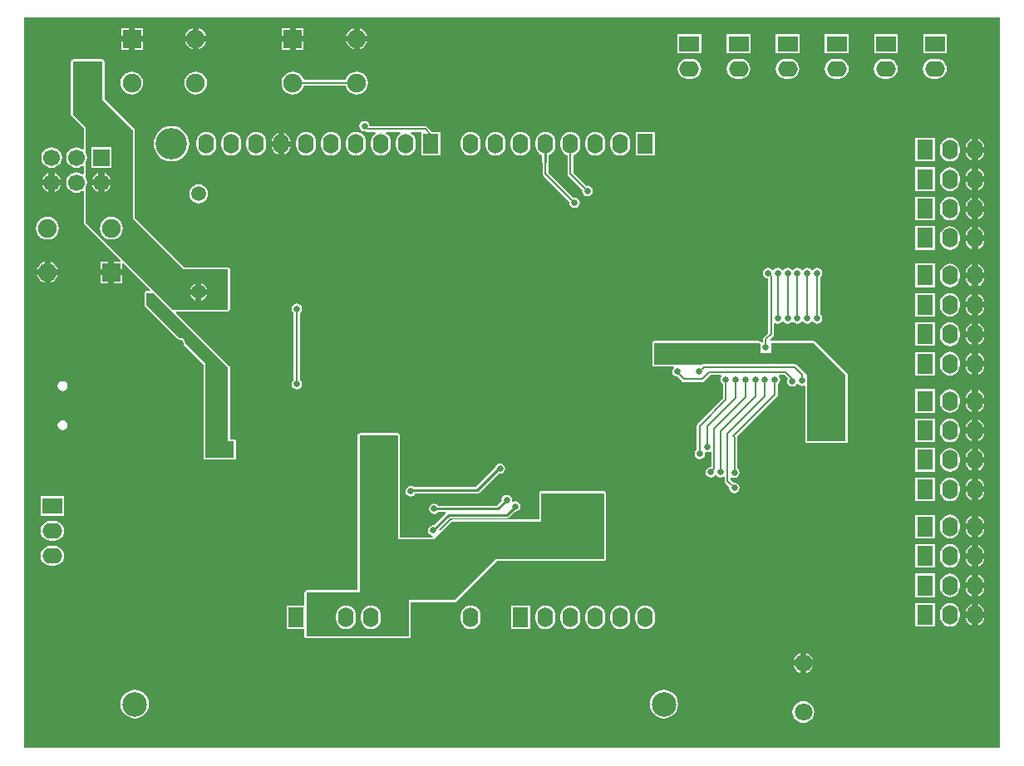
<source format=gbl>
G04 Layer_Physical_Order=2*
G04 Layer_Color=16711680*
%FSLAX25Y25*%
%MOIN*%
G70*
G01*
G75*
%ADD31C,0.00787*%
%ADD36C,0.12598*%
%ADD37C,0.09843*%
%ADD38C,0.07480*%
%ADD39R,0.07480X0.07480*%
%ADD40R,0.06299X0.07874*%
%ADD41O,0.06299X0.07874*%
%ADD42C,0.05906*%
%ADD43R,0.06693X0.06693*%
%ADD44C,0.06693*%
%ADD45R,0.07874X0.06299*%
%ADD46O,0.07874X0.06299*%
%ADD47C,0.07087*%
%ADD48C,0.29134*%
G04:AMPARAMS|DCode=49|XSize=84.65mil|YSize=47.24mil|CornerRadius=14.17mil|HoleSize=0mil|Usage=FLASHONLY|Rotation=0.000|XOffset=0mil|YOffset=0mil|HoleType=Round|Shape=RoundedRectangle|*
%AMROUNDEDRECTD49*
21,1,0.08465,0.01890,0,0,0.0*
21,1,0.05630,0.04724,0,0,0.0*
1,1,0.02835,0.02815,-0.00945*
1,1,0.02835,-0.02815,-0.00945*
1,1,0.02835,-0.02815,0.00945*
1,1,0.02835,0.02815,0.00945*
%
%ADD49ROUNDEDRECTD49*%
%ADD50C,0.02559*%
%ADD51C,0.01000*%
G36*
X392304Y1003D02*
X1003D01*
Y293878D01*
X392304D01*
Y1003D01*
D02*
G37*
%LPC*%
G36*
X48435Y289773D02*
X45276D01*
Y286614D01*
X48435D01*
Y289773D01*
D02*
G37*
G36*
X42913D02*
X39754D01*
Y286614D01*
X42913D01*
Y289773D01*
D02*
G37*
G36*
X70866Y289642D02*
Y286614D01*
X73893D01*
X73476Y287622D01*
X72781Y288528D01*
X71874Y289224D01*
X70866Y289642D01*
D02*
G37*
G36*
X68504Y289642D02*
X67496Y289224D01*
X66590Y288528D01*
X65894Y287622D01*
X65477Y286614D01*
X68504D01*
Y289642D01*
D02*
G37*
G36*
X113002Y289773D02*
X109843D01*
Y286614D01*
X113002D01*
Y289773D01*
D02*
G37*
G36*
X107480D02*
X104321D01*
Y286614D01*
X107480D01*
Y289773D01*
D02*
G37*
G36*
X135433Y289642D02*
Y286614D01*
X138461D01*
X138043Y287622D01*
X137347Y288528D01*
X136441Y289224D01*
X135433Y289642D01*
D02*
G37*
G36*
X133071Y289642D02*
X132063Y289224D01*
X131157Y288528D01*
X130461Y287622D01*
X130043Y286614D01*
X133071D01*
Y289642D01*
D02*
G37*
G36*
X138461Y284252D02*
X135433D01*
Y281225D01*
X136441Y281642D01*
X137347Y282338D01*
X138043Y283244D01*
X138461Y284252D01*
D02*
G37*
G36*
X68504Y284252D02*
X65477D01*
X65894Y283244D01*
X66590Y282338D01*
X67496Y281642D01*
X68504Y281225D01*
Y284252D01*
D02*
G37*
G36*
X73894D02*
X70866D01*
Y281224D01*
X71874Y281642D01*
X72781Y282338D01*
X73476Y283244D01*
X73894Y284252D01*
D02*
G37*
G36*
X133071Y284252D02*
X130043D01*
X130461Y283244D01*
X131157Y282338D01*
X132063Y281642D01*
X133071Y281224D01*
Y284252D01*
D02*
G37*
G36*
X113002Y284252D02*
X109843D01*
Y281093D01*
X113002D01*
Y284252D01*
D02*
G37*
G36*
X107480D02*
X104321D01*
Y281093D01*
X107480D01*
Y284252D01*
D02*
G37*
G36*
X48435Y284252D02*
X45276D01*
Y281093D01*
X48435D01*
Y284252D01*
D02*
G37*
G36*
X42913D02*
X39754D01*
Y281093D01*
X42913D01*
Y284252D01*
D02*
G37*
G36*
X370866Y287402D02*
X361417D01*
Y279528D01*
X370866D01*
Y287402D01*
D02*
G37*
G36*
X351181D02*
X341732D01*
Y279528D01*
X351181D01*
Y287402D01*
D02*
G37*
G36*
X331496D02*
X322047D01*
Y279528D01*
X331496D01*
Y287402D01*
D02*
G37*
G36*
X311811D02*
X302362D01*
Y279528D01*
X311811D01*
Y287402D01*
D02*
G37*
G36*
X292126D02*
X282677D01*
Y279528D01*
X292126D01*
Y287402D01*
D02*
G37*
G36*
X272441D02*
X262992D01*
Y279528D01*
X272441D01*
Y287402D01*
D02*
G37*
G36*
X366929Y277435D02*
X365354D01*
X364327Y277300D01*
X363369Y276904D01*
X362546Y276273D01*
X361915Y275450D01*
X361519Y274492D01*
X361383Y273465D01*
X361519Y272437D01*
X361915Y271479D01*
X362546Y270657D01*
X363369Y270026D01*
X364327Y269629D01*
X365354Y269494D01*
X366929D01*
X367957Y269629D01*
X368915Y270026D01*
X369737Y270657D01*
X370368Y271479D01*
X370765Y272437D01*
X370900Y273465D01*
X370765Y274492D01*
X370368Y275450D01*
X369737Y276273D01*
X368915Y276904D01*
X367957Y277300D01*
X366929Y277435D01*
D02*
G37*
G36*
X347244D02*
X345669D01*
X344641Y277300D01*
X343684Y276904D01*
X342861Y276273D01*
X342230Y275450D01*
X341834Y274492D01*
X341698Y273465D01*
X341834Y272437D01*
X342230Y271479D01*
X342861Y270657D01*
X343684Y270026D01*
X344641Y269629D01*
X345669Y269494D01*
X347244D01*
X348272Y269629D01*
X349230Y270026D01*
X350052Y270657D01*
X350683Y271479D01*
X351080Y272437D01*
X351215Y273465D01*
X351080Y274492D01*
X350683Y275450D01*
X350052Y276273D01*
X349230Y276904D01*
X348272Y277300D01*
X347244Y277435D01*
D02*
G37*
G36*
X327559D02*
X325984D01*
X324956Y277300D01*
X323999Y276904D01*
X323176Y276273D01*
X322545Y275450D01*
X322149Y274492D01*
X322013Y273465D01*
X322149Y272437D01*
X322545Y271479D01*
X323176Y270657D01*
X323999Y270026D01*
X324956Y269629D01*
X325984Y269494D01*
X327559D01*
X328587Y269629D01*
X329544Y270026D01*
X330367Y270657D01*
X330998Y271479D01*
X331395Y272437D01*
X331530Y273465D01*
X331395Y274492D01*
X330998Y275450D01*
X330367Y276273D01*
X329544Y276904D01*
X328587Y277300D01*
X327559Y277435D01*
D02*
G37*
G36*
X307874D02*
X306299D01*
X305271Y277300D01*
X304314Y276904D01*
X303491Y276273D01*
X302860Y275450D01*
X302464Y274492D01*
X302328Y273465D01*
X302464Y272437D01*
X302860Y271479D01*
X303491Y270657D01*
X304314Y270026D01*
X305271Y269629D01*
X306299Y269494D01*
X307874D01*
X308902Y269629D01*
X309859Y270026D01*
X310682Y270657D01*
X311313Y271479D01*
X311710Y272437D01*
X311845Y273465D01*
X311710Y274492D01*
X311313Y275450D01*
X310682Y276273D01*
X309859Y276904D01*
X308902Y277300D01*
X307874Y277435D01*
D02*
G37*
G36*
X288189D02*
X286614D01*
X285586Y277300D01*
X284629Y276904D01*
X283806Y276273D01*
X283175Y275450D01*
X282779Y274492D01*
X282643Y273465D01*
X282779Y272437D01*
X283175Y271479D01*
X283806Y270657D01*
X284629Y270026D01*
X285586Y269629D01*
X286614Y269494D01*
X288189D01*
X289217Y269629D01*
X290175Y270026D01*
X290997Y270657D01*
X291628Y271479D01*
X292025Y272437D01*
X292160Y273465D01*
X292025Y274492D01*
X291628Y275450D01*
X290997Y276273D01*
X290175Y276904D01*
X289217Y277300D01*
X288189Y277435D01*
D02*
G37*
G36*
X268504D02*
X266929D01*
X265901Y277300D01*
X264944Y276904D01*
X264121Y276273D01*
X263490Y275450D01*
X263093Y274492D01*
X262958Y273465D01*
X263093Y272437D01*
X263490Y271479D01*
X264121Y270657D01*
X264944Y270026D01*
X265901Y269629D01*
X266929Y269494D01*
X268504D01*
X269532Y269629D01*
X270489Y270026D01*
X271312Y270657D01*
X271943Y271479D01*
X272340Y272437D01*
X272475Y273465D01*
X272340Y274492D01*
X271943Y275450D01*
X271312Y276273D01*
X270489Y276904D01*
X269532Y277300D01*
X268504Y277435D01*
D02*
G37*
G36*
X134252Y272283D02*
X133070Y272128D01*
X131969Y271671D01*
X131023Y270946D01*
X130297Y270000D01*
X129850Y268921D01*
X113063D01*
X112616Y270000D01*
X111890Y270946D01*
X110945Y271671D01*
X109843Y272128D01*
X108661Y272283D01*
X107480Y272128D01*
X106378Y271671D01*
X105432Y270946D01*
X104707Y270000D01*
X104250Y268899D01*
X104095Y267717D01*
X104250Y266535D01*
X104707Y265433D01*
X105432Y264487D01*
X106378Y263762D01*
X107480Y263305D01*
X108661Y263150D01*
X109843Y263305D01*
X110945Y263762D01*
X111890Y264487D01*
X112616Y265433D01*
X113063Y266512D01*
X129850D01*
X130297Y265433D01*
X131023Y264487D01*
X131969Y263762D01*
X133070Y263305D01*
X134252Y263150D01*
X135434Y263305D01*
X136535Y263762D01*
X137481Y264487D01*
X138207Y265433D01*
X138663Y266535D01*
X138819Y267717D01*
X138663Y268899D01*
X138207Y270000D01*
X137481Y270946D01*
X136535Y271671D01*
X135434Y272128D01*
X134252Y272283D01*
D02*
G37*
G36*
X69685D02*
X68503Y272128D01*
X67402Y271671D01*
X66456Y270946D01*
X65730Y270000D01*
X65274Y268899D01*
X65118Y267717D01*
X65274Y266535D01*
X65730Y265433D01*
X66456Y264487D01*
X67402Y263762D01*
X68503Y263305D01*
X69685Y263150D01*
X70867Y263305D01*
X71968Y263762D01*
X72914Y264487D01*
X73640Y265433D01*
X74096Y266535D01*
X74252Y267717D01*
X74096Y268899D01*
X73640Y270000D01*
X72914Y270946D01*
X71968Y271671D01*
X70867Y272128D01*
X69685Y272283D01*
D02*
G37*
G36*
X44094D02*
X42913Y272128D01*
X41811Y271671D01*
X40865Y270946D01*
X40140Y270000D01*
X39683Y268899D01*
X39528Y267717D01*
X39683Y266535D01*
X40140Y265433D01*
X40865Y264487D01*
X41811Y263762D01*
X42913Y263305D01*
X44094Y263150D01*
X45276Y263305D01*
X46378Y263762D01*
X47324Y264487D01*
X48049Y265433D01*
X48505Y266535D01*
X48661Y267717D01*
X48505Y268899D01*
X48049Y270000D01*
X47324Y270946D01*
X46378Y271671D01*
X45276Y272128D01*
X44094Y272283D01*
D02*
G37*
G36*
X105181Y247664D02*
Y244488D01*
X107730D01*
X107653Y245073D01*
X107275Y245986D01*
X106674Y246769D01*
X105891Y247370D01*
X105181Y247664D01*
D02*
G37*
G36*
X102819Y247664D02*
X102109Y247370D01*
X101326Y246769D01*
X100725Y245986D01*
X100347Y245073D01*
X100270Y244488D01*
X102819D01*
Y247664D01*
D02*
G37*
G36*
X383386Y245302D02*
Y242126D01*
X385935D01*
X385858Y242711D01*
X385480Y243623D01*
X384879Y244407D01*
X384096Y245008D01*
X383386Y245302D01*
D02*
G37*
G36*
X381024Y245302D02*
X380314Y245008D01*
X379531Y244407D01*
X378929Y243623D01*
X378552Y242711D01*
X378475Y242126D01*
X381024D01*
Y245302D01*
D02*
G37*
G36*
X32283Y277181D02*
X20472D01*
X20165Y277120D01*
X19905Y276946D01*
X19731Y276685D01*
X19670Y276378D01*
X19669Y255117D01*
X19731Y254810D01*
X19905Y254549D01*
X19905Y254549D01*
X24788Y249667D01*
X24788Y241348D01*
X24339Y241126D01*
X23975Y241406D01*
X22969Y241823D01*
X21890Y241965D01*
X20811Y241823D01*
X19805Y241406D01*
X18941Y240744D01*
X18279Y239880D01*
X17862Y238874D01*
X17720Y237795D01*
X17862Y236716D01*
X18279Y235711D01*
X18941Y234847D01*
X19805Y234184D01*
X20811Y233768D01*
X21890Y233626D01*
X22969Y233768D01*
X23975Y234184D01*
X24339Y234464D01*
X24788Y234243D01*
Y231347D01*
X24339Y231126D01*
X23975Y231406D01*
X22969Y231823D01*
X21890Y231965D01*
X20811Y231823D01*
X19805Y231406D01*
X18941Y230744D01*
X18279Y229880D01*
X17862Y228874D01*
X17720Y227795D01*
X17862Y226716D01*
X18279Y225711D01*
X18941Y224847D01*
X19805Y224184D01*
X20811Y223768D01*
X21890Y223626D01*
X22969Y223768D01*
X23975Y224184D01*
X24339Y224464D01*
X24788Y224243D01*
X24788Y217323D01*
X24788Y211811D01*
X24849Y211504D01*
X25023Y211243D01*
X25023Y211243D01*
X39694Y196572D01*
X39487Y196072D01*
X37008D01*
Y192913D01*
X40167D01*
Y195392D01*
X40667Y195599D01*
X51537Y184729D01*
X51345Y184267D01*
X50000Y184267D01*
X49693Y184206D01*
X49432Y184032D01*
X49258Y183772D01*
X49197Y183465D01*
X49197Y178740D01*
X49258Y178433D01*
X49432Y178172D01*
X62702Y164902D01*
X62768Y164858D01*
X62824Y164803D01*
X62897Y164772D01*
X62963Y164728D01*
X63040Y164713D01*
X63113Y164683D01*
X63192D01*
X63270Y164667D01*
X63346Y164683D01*
X63879Y164577D01*
X64297Y164297D01*
X64577Y163879D01*
X64683Y163346D01*
X64667Y163270D01*
X64683Y163192D01*
Y163113D01*
X64713Y163040D01*
X64728Y162963D01*
X64772Y162897D01*
X64803Y162824D01*
X64859Y162768D01*
X64903Y162702D01*
X72819Y154786D01*
X72819Y117323D01*
X72880Y117016D01*
X73054Y116755D01*
X73315Y116581D01*
X73622Y116520D01*
X85039D01*
X85347Y116581D01*
X85607Y116755D01*
X85781Y117016D01*
X85842Y117323D01*
Y124016D01*
X85781Y124323D01*
X85607Y124583D01*
X85347Y124758D01*
X85039Y124819D01*
X83480D01*
X83480Y153543D01*
X83480Y153543D01*
X83419Y153850D01*
X83245Y154111D01*
X83245Y154111D01*
X61849Y175507D01*
X62040Y175969D01*
X82420Y175969D01*
X82543Y175993D01*
X82666Y176007D01*
X82695Y176023D01*
X82728Y176030D01*
X82831Y176099D01*
X82940Y176160D01*
X82961Y176186D01*
X82988Y176204D01*
X83057Y176307D01*
X83135Y176405D01*
X83391Y176905D01*
X83400Y176937D01*
X83419Y176964D01*
X83443Y177086D01*
X83477Y177206D01*
X83473Y177239D01*
X83480Y177272D01*
Y192913D01*
X83419Y193221D01*
X83245Y193481D01*
X82984Y193655D01*
X82677Y193716D01*
X65293Y193716D01*
X45291Y213718D01*
X45291Y248819D01*
X45291Y248819D01*
X45230Y249126D01*
X45056Y249386D01*
X33086Y261356D01*
X33086Y276378D01*
X33025Y276685D01*
X32851Y276946D01*
X32591Y277120D01*
X32283Y277181D01*
D02*
G37*
G36*
X107730Y242126D02*
X105181D01*
Y238950D01*
X105891Y239244D01*
X106674Y239845D01*
X107275Y240629D01*
X107653Y241541D01*
X107730Y242126D01*
D02*
G37*
G36*
X102819D02*
X100270D01*
X100347Y241541D01*
X100725Y240629D01*
X101326Y239845D01*
X102109Y239244D01*
X102819Y238950D01*
Y242126D01*
D02*
G37*
G36*
X253937Y248031D02*
X246063D01*
Y238583D01*
X253937D01*
Y248031D01*
D02*
G37*
G36*
X137402Y252501D02*
X136595Y252341D01*
X135911Y251884D01*
X135455Y251200D01*
X135294Y250394D01*
X135455Y249587D01*
X135911Y248903D01*
X136595Y248447D01*
X137402Y248286D01*
X137742Y248354D01*
X138122Y248100D01*
X138583Y248008D01*
X138583Y248008D01*
X141711D01*
X141984Y247562D01*
X141982Y247508D01*
X141192Y246902D01*
X140561Y246080D01*
X140164Y245122D01*
X140029Y244094D01*
Y242520D01*
X140164Y241492D01*
X140561Y240534D01*
X141192Y239712D01*
X142015Y239081D01*
X142972Y238684D01*
X144000Y238549D01*
X145028Y238684D01*
X145985Y239081D01*
X146808Y239712D01*
X147439Y240534D01*
X147836Y241492D01*
X147971Y242520D01*
Y244094D01*
X147836Y245122D01*
X147439Y246080D01*
X146808Y246902D01*
X146018Y247508D01*
X146016Y247562D01*
X146289Y248008D01*
X151711D01*
X151984Y247562D01*
X151982Y247508D01*
X151192Y246902D01*
X150561Y246080D01*
X150164Y245122D01*
X150029Y244094D01*
Y242520D01*
X150164Y241492D01*
X150561Y240534D01*
X151192Y239712D01*
X152015Y239081D01*
X152972Y238684D01*
X154000Y238549D01*
X155028Y238684D01*
X155985Y239081D01*
X156808Y239712D01*
X157439Y240534D01*
X157836Y241492D01*
X157971Y242520D01*
Y244094D01*
X157836Y245122D01*
X157439Y246080D01*
X156808Y246902D01*
X156018Y247508D01*
X156016Y247562D01*
X156289Y248008D01*
X160063D01*
Y238583D01*
X167937D01*
Y248031D01*
X164695D01*
X162663Y250064D01*
X162272Y250325D01*
X161811Y250417D01*
X161811Y250417D01*
X139504D01*
X139349Y251200D01*
X138892Y251884D01*
X138208Y252341D01*
X137402Y252501D01*
D02*
G37*
G36*
X240000Y248065D02*
X238972Y247930D01*
X238015Y247533D01*
X237192Y246902D01*
X236561Y246080D01*
X236164Y245122D01*
X236029Y244094D01*
Y242520D01*
X236164Y241492D01*
X236561Y240534D01*
X237192Y239712D01*
X238015Y239081D01*
X238972Y238684D01*
X240000Y238549D01*
X241028Y238684D01*
X241986Y239081D01*
X242808Y239712D01*
X243439Y240534D01*
X243836Y241492D01*
X243971Y242520D01*
Y244094D01*
X243836Y245122D01*
X243439Y246080D01*
X242808Y246902D01*
X241986Y247533D01*
X241028Y247930D01*
X240000Y248065D01*
D02*
G37*
G36*
X230000D02*
X228972Y247930D01*
X228014Y247533D01*
X227192Y246902D01*
X226561Y246080D01*
X226164Y245122D01*
X226029Y244094D01*
Y242520D01*
X226164Y241492D01*
X226561Y240534D01*
X227192Y239712D01*
X228014Y239081D01*
X228972Y238684D01*
X230000Y238549D01*
X231028Y238684D01*
X231985Y239081D01*
X232808Y239712D01*
X233439Y240534D01*
X233836Y241492D01*
X233971Y242520D01*
Y244094D01*
X233836Y245122D01*
X233439Y246080D01*
X232808Y246902D01*
X231985Y247533D01*
X231028Y247930D01*
X230000Y248065D01*
D02*
G37*
G36*
X200000D02*
X198972Y247930D01*
X198014Y247533D01*
X197192Y246902D01*
X196561Y246080D01*
X196164Y245122D01*
X196029Y244094D01*
Y242520D01*
X196164Y241492D01*
X196561Y240534D01*
X197192Y239712D01*
X198014Y239081D01*
X198972Y238684D01*
X200000Y238549D01*
X201028Y238684D01*
X201986Y239081D01*
X202808Y239712D01*
X203439Y240534D01*
X203836Y241492D01*
X203971Y242520D01*
Y244094D01*
X203836Y245122D01*
X203439Y246080D01*
X202808Y246902D01*
X201986Y247533D01*
X201028Y247930D01*
X200000Y248065D01*
D02*
G37*
G36*
X190000D02*
X188972Y247930D01*
X188014Y247533D01*
X187192Y246902D01*
X186561Y246080D01*
X186164Y245122D01*
X186029Y244094D01*
Y242520D01*
X186164Y241492D01*
X186561Y240534D01*
X187192Y239712D01*
X188014Y239081D01*
X188972Y238684D01*
X190000Y238549D01*
X191028Y238684D01*
X191985Y239081D01*
X192808Y239712D01*
X193439Y240534D01*
X193836Y241492D01*
X193971Y242520D01*
Y244094D01*
X193836Y245122D01*
X193439Y246080D01*
X192808Y246902D01*
X191985Y247533D01*
X191028Y247930D01*
X190000Y248065D01*
D02*
G37*
G36*
X180000D02*
X178972Y247930D01*
X178015Y247533D01*
X177192Y246902D01*
X176561Y246080D01*
X176164Y245122D01*
X176029Y244094D01*
Y242520D01*
X176164Y241492D01*
X176561Y240534D01*
X177192Y239712D01*
X178015Y239081D01*
X178972Y238684D01*
X180000Y238549D01*
X181028Y238684D01*
X181985Y239081D01*
X182808Y239712D01*
X183439Y240534D01*
X183836Y241492D01*
X183971Y242520D01*
Y244094D01*
X183836Y245122D01*
X183439Y246080D01*
X182808Y246902D01*
X181985Y247533D01*
X181028Y247930D01*
X180000Y248065D01*
D02*
G37*
G36*
X134000D02*
X132972Y247930D01*
X132015Y247533D01*
X131192Y246902D01*
X130561Y246080D01*
X130164Y245122D01*
X130029Y244094D01*
Y242520D01*
X130164Y241492D01*
X130561Y240534D01*
X131192Y239712D01*
X132015Y239081D01*
X132972Y238684D01*
X134000Y238549D01*
X135028Y238684D01*
X135986Y239081D01*
X136808Y239712D01*
X137439Y240534D01*
X137836Y241492D01*
X137971Y242520D01*
Y244094D01*
X137836Y245122D01*
X137439Y246080D01*
X136808Y246902D01*
X135986Y247533D01*
X135028Y247930D01*
X134000Y248065D01*
D02*
G37*
G36*
X124000D02*
X122972Y247930D01*
X122014Y247533D01*
X121192Y246902D01*
X120561Y246080D01*
X120164Y245122D01*
X120029Y244094D01*
Y242520D01*
X120164Y241492D01*
X120561Y240534D01*
X121192Y239712D01*
X122014Y239081D01*
X122972Y238684D01*
X124000Y238549D01*
X125028Y238684D01*
X125986Y239081D01*
X126808Y239712D01*
X127439Y240534D01*
X127836Y241492D01*
X127971Y242520D01*
Y244094D01*
X127836Y245122D01*
X127439Y246080D01*
X126808Y246902D01*
X125986Y247533D01*
X125028Y247930D01*
X124000Y248065D01*
D02*
G37*
G36*
X114000D02*
X112972Y247930D01*
X112014Y247533D01*
X111192Y246902D01*
X110561Y246080D01*
X110164Y245122D01*
X110029Y244094D01*
Y242520D01*
X110164Y241492D01*
X110561Y240534D01*
X111192Y239712D01*
X112014Y239081D01*
X112972Y238684D01*
X114000Y238549D01*
X115028Y238684D01*
X115986Y239081D01*
X116808Y239712D01*
X117439Y240534D01*
X117836Y241492D01*
X117971Y242520D01*
Y244094D01*
X117836Y245122D01*
X117439Y246080D01*
X116808Y246902D01*
X115986Y247533D01*
X115028Y247930D01*
X114000Y248065D01*
D02*
G37*
G36*
X94000D02*
X92972Y247930D01*
X92014Y247533D01*
X91192Y246902D01*
X90561Y246080D01*
X90164Y245122D01*
X90029Y244094D01*
Y242520D01*
X90164Y241492D01*
X90561Y240534D01*
X91192Y239712D01*
X92014Y239081D01*
X92972Y238684D01*
X94000Y238549D01*
X95028Y238684D01*
X95986Y239081D01*
X96808Y239712D01*
X97439Y240534D01*
X97836Y241492D01*
X97971Y242520D01*
Y244094D01*
X97836Y245122D01*
X97439Y246080D01*
X96808Y246902D01*
X95986Y247533D01*
X95028Y247930D01*
X94000Y248065D01*
D02*
G37*
G36*
X84000D02*
X82972Y247930D01*
X82015Y247533D01*
X81192Y246902D01*
X80561Y246080D01*
X80164Y245122D01*
X80029Y244094D01*
Y242520D01*
X80164Y241492D01*
X80561Y240534D01*
X81192Y239712D01*
X82015Y239081D01*
X82972Y238684D01*
X84000Y238549D01*
X85028Y238684D01*
X85985Y239081D01*
X86808Y239712D01*
X87439Y240534D01*
X87836Y241492D01*
X87971Y242520D01*
Y244094D01*
X87836Y245122D01*
X87439Y246080D01*
X86808Y246902D01*
X85985Y247533D01*
X85028Y247930D01*
X84000Y248065D01*
D02*
G37*
G36*
X74000D02*
X72972Y247930D01*
X72014Y247533D01*
X71192Y246902D01*
X70561Y246080D01*
X70164Y245122D01*
X70029Y244094D01*
Y242520D01*
X70164Y241492D01*
X70561Y240534D01*
X71192Y239712D01*
X72014Y239081D01*
X72972Y238684D01*
X74000Y238549D01*
X75028Y238684D01*
X75985Y239081D01*
X76808Y239712D01*
X77439Y240534D01*
X77836Y241492D01*
X77971Y242520D01*
Y244094D01*
X77836Y245122D01*
X77439Y246080D01*
X76808Y246902D01*
X75985Y247533D01*
X75028Y247930D01*
X74000Y248065D01*
D02*
G37*
G36*
X385935Y239764D02*
X383386D01*
Y236588D01*
X384096Y236882D01*
X384879Y237483D01*
X385480Y238266D01*
X385858Y239179D01*
X385935Y239764D01*
D02*
G37*
G36*
X381024D02*
X378475D01*
X378552Y239179D01*
X378929Y238266D01*
X379531Y237483D01*
X380314Y236882D01*
X381024Y236588D01*
Y239764D01*
D02*
G37*
G36*
X366142Y245669D02*
X358268D01*
Y236221D01*
X366142D01*
Y245669D01*
D02*
G37*
G36*
X372205Y245703D02*
X371177Y245568D01*
X370219Y245171D01*
X369397Y244540D01*
X368766Y243718D01*
X368369Y242760D01*
X368234Y241732D01*
Y240158D01*
X368369Y239130D01*
X368766Y238172D01*
X369397Y237350D01*
X370219Y236719D01*
X371177Y236322D01*
X372205Y236187D01*
X373233Y236322D01*
X374190Y236719D01*
X375013Y237350D01*
X375644Y238172D01*
X376040Y239130D01*
X376176Y240158D01*
Y241732D01*
X376040Y242760D01*
X375644Y243718D01*
X375013Y244540D01*
X374190Y245171D01*
X373233Y245568D01*
X372205Y245703D01*
D02*
G37*
G36*
X60000Y250428D02*
X58611Y250291D01*
X57275Y249886D01*
X56044Y249228D01*
X54965Y248342D01*
X54079Y247263D01*
X53421Y246032D01*
X53016Y244696D01*
X52879Y243307D01*
X53016Y241918D01*
X53421Y240582D01*
X54079Y239351D01*
X54965Y238272D01*
X56044Y237386D01*
X57275Y236728D01*
X58611Y236323D01*
X60000Y236186D01*
X61389Y236323D01*
X62725Y236728D01*
X63956Y237386D01*
X65035Y238272D01*
X65921Y239351D01*
X66579Y240582D01*
X66984Y241918D01*
X67121Y243307D01*
X66984Y244696D01*
X66579Y246032D01*
X65921Y247263D01*
X65035Y248342D01*
X63956Y249228D01*
X62725Y249886D01*
X61389Y250291D01*
X60000Y250428D01*
D02*
G37*
G36*
X11890Y241965D02*
X10811Y241823D01*
X9805Y241406D01*
X8941Y240744D01*
X8279Y239880D01*
X7862Y238874D01*
X7720Y237795D01*
X7862Y236716D01*
X8279Y235711D01*
X8941Y234847D01*
X9805Y234184D01*
X10811Y233768D01*
X11890Y233626D01*
X12969Y233768D01*
X13974Y234184D01*
X14838Y234847D01*
X15501Y235711D01*
X15917Y236716D01*
X16059Y237795D01*
X15917Y238874D01*
X15501Y239880D01*
X14838Y240744D01*
X13974Y241406D01*
X12969Y241823D01*
X11890Y241965D01*
D02*
G37*
G36*
X383386Y233490D02*
Y230315D01*
X385935D01*
X385858Y230900D01*
X385480Y231812D01*
X384879Y232595D01*
X384096Y233196D01*
X383386Y233490D01*
D02*
G37*
G36*
X381024Y233491D02*
X380314Y233196D01*
X379531Y232595D01*
X378929Y231812D01*
X378552Y230900D01*
X378475Y230315D01*
X381024D01*
Y233491D01*
D02*
G37*
G36*
X13071Y231578D02*
Y228976D01*
X15672D01*
X15337Y229785D01*
X14704Y230610D01*
X13880Y231242D01*
X13071Y231578D01*
D02*
G37*
G36*
X10709Y231578D02*
X9900Y231242D01*
X9075Y230610D01*
X8443Y229785D01*
X8107Y228976D01*
X10709D01*
Y231578D01*
D02*
G37*
G36*
X385935Y227953D02*
X383386D01*
Y224777D01*
X384096Y225071D01*
X384879Y225672D01*
X385480Y226455D01*
X385858Y227368D01*
X385935Y227953D01*
D02*
G37*
G36*
X381024D02*
X378475D01*
X378552Y227368D01*
X378929Y226455D01*
X379531Y225672D01*
X380314Y225071D01*
X381024Y224777D01*
Y227953D01*
D02*
G37*
G36*
X366142Y233858D02*
X358268D01*
Y224410D01*
X366142D01*
Y233858D01*
D02*
G37*
G36*
X372205Y233892D02*
X371177Y233757D01*
X370219Y233360D01*
X369397Y232729D01*
X368766Y231907D01*
X368369Y230949D01*
X368234Y229921D01*
Y228346D01*
X368369Y227319D01*
X368766Y226361D01*
X369397Y225538D01*
X370219Y224907D01*
X371177Y224511D01*
X372205Y224376D01*
X373233Y224511D01*
X374190Y224907D01*
X375013Y225538D01*
X375644Y226361D01*
X376040Y227319D01*
X376176Y228346D01*
Y229921D01*
X376040Y230949D01*
X375644Y231907D01*
X375013Y232729D01*
X374190Y233360D01*
X373233Y233757D01*
X372205Y233892D01*
D02*
G37*
G36*
X15672Y226614D02*
X13071D01*
Y224013D01*
X13880Y224348D01*
X14704Y224981D01*
X15337Y225805D01*
X15672Y226614D01*
D02*
G37*
G36*
X10709D02*
X8107D01*
X8443Y225805D01*
X9075Y224981D01*
X9900Y224348D01*
X10709Y224013D01*
Y226614D01*
D02*
G37*
G36*
X220000Y248065D02*
X218972Y247930D01*
X218015Y247533D01*
X217192Y246902D01*
X216561Y246080D01*
X216164Y245122D01*
X216029Y244094D01*
Y242520D01*
X216164Y241492D01*
X216561Y240534D01*
X217192Y239712D01*
X218015Y239081D01*
X218796Y238757D01*
Y231181D01*
X218796Y231181D01*
X218887Y230720D01*
X219148Y230330D01*
X224731Y224747D01*
X224664Y224410D01*
X224825Y223603D01*
X225282Y222919D01*
X225965Y222462D01*
X226772Y222302D01*
X227578Y222462D01*
X228262Y222919D01*
X228719Y223603D01*
X228879Y224410D01*
X228719Y225216D01*
X228262Y225900D01*
X227578Y226356D01*
X226772Y226517D01*
X226434Y226450D01*
X221204Y231680D01*
Y238757D01*
X221986Y239081D01*
X222808Y239712D01*
X223439Y240534D01*
X223836Y241492D01*
X223971Y242520D01*
Y244094D01*
X223836Y245122D01*
X223439Y246080D01*
X222808Y246902D01*
X221986Y247533D01*
X221028Y247930D01*
X220000Y248065D01*
D02*
G37*
G36*
X70866Y227001D02*
X69890Y226872D01*
X68980Y226495D01*
X68199Y225896D01*
X67599Y225115D01*
X67222Y224205D01*
X67094Y223228D01*
X67222Y222252D01*
X67599Y221342D01*
X68199Y220561D01*
X68980Y219961D01*
X69890Y219584D01*
X70866Y219456D01*
X71842Y219584D01*
X72752Y219961D01*
X73534Y220561D01*
X74133Y221342D01*
X74510Y222252D01*
X74639Y223228D01*
X74510Y224205D01*
X74133Y225115D01*
X73534Y225896D01*
X72752Y226495D01*
X71842Y226872D01*
X70866Y227001D01*
D02*
G37*
G36*
X383386Y221679D02*
Y218504D01*
X385935D01*
X385858Y219089D01*
X385480Y220001D01*
X384879Y220784D01*
X384096Y221386D01*
X383386Y221679D01*
D02*
G37*
G36*
X381024Y221680D02*
X380314Y221386D01*
X379531Y220784D01*
X378929Y220001D01*
X378552Y219089D01*
X378475Y218504D01*
X381024D01*
Y221680D01*
D02*
G37*
G36*
X210000Y248065D02*
X208972Y247930D01*
X208014Y247533D01*
X207192Y246902D01*
X206561Y246080D01*
X206164Y245122D01*
X206029Y244094D01*
Y242520D01*
X206164Y241492D01*
X206561Y240534D01*
X207192Y239712D01*
X208014Y239081D01*
X208687Y238802D01*
Y236063D01*
X208787Y235561D01*
X208796Y235548D01*
Y231339D01*
X208796Y231339D01*
X208887Y230878D01*
X209149Y230487D01*
X219613Y220022D01*
X219546Y219685D01*
X219707Y218879D01*
X220163Y218195D01*
X220847Y217738D01*
X221654Y217578D01*
X222460Y217738D01*
X223144Y218195D01*
X223601Y218879D01*
X223761Y219685D01*
X223601Y220492D01*
X223144Y221175D01*
X222460Y221632D01*
X221654Y221793D01*
X221316Y221725D01*
X211204Y231837D01*
Y235548D01*
X211213Y235561D01*
X211313Y236063D01*
Y238802D01*
X211985Y239081D01*
X212808Y239712D01*
X213439Y240534D01*
X213836Y241492D01*
X213971Y242520D01*
Y244094D01*
X213836Y245122D01*
X213439Y246080D01*
X212808Y246902D01*
X211985Y247533D01*
X211028Y247930D01*
X210000Y248065D01*
D02*
G37*
G36*
X385935Y216142D02*
X383386D01*
Y212966D01*
X384096Y213260D01*
X384879Y213861D01*
X385480Y214644D01*
X385858Y215557D01*
X385935Y216142D01*
D02*
G37*
G36*
X381024D02*
X378475D01*
X378552Y215557D01*
X378929Y214644D01*
X379531Y213861D01*
X380314Y213260D01*
X381024Y212966D01*
Y216142D01*
D02*
G37*
G36*
X366142Y222047D02*
X358268D01*
Y212598D01*
X366142D01*
Y222047D01*
D02*
G37*
G36*
X372205Y222081D02*
X371177Y221946D01*
X370219Y221549D01*
X369397Y220918D01*
X368766Y220096D01*
X368369Y219138D01*
X368234Y218110D01*
Y216535D01*
X368369Y215508D01*
X368766Y214550D01*
X369397Y213727D01*
X370219Y213096D01*
X371177Y212700D01*
X372205Y212564D01*
X373233Y212700D01*
X374190Y213096D01*
X375013Y213727D01*
X375644Y214550D01*
X376040Y215508D01*
X376176Y216535D01*
Y218110D01*
X376040Y219138D01*
X375644Y220096D01*
X375013Y220918D01*
X374190Y221549D01*
X373233Y221946D01*
X372205Y222081D01*
D02*
G37*
G36*
X383386Y209869D02*
Y206693D01*
X385935D01*
X385858Y207278D01*
X385480Y208190D01*
X384879Y208974D01*
X384096Y209575D01*
X383386Y209869D01*
D02*
G37*
G36*
X381024Y209869D02*
X380314Y209575D01*
X379531Y208974D01*
X378929Y208190D01*
X378552Y207278D01*
X378475Y206693D01*
X381024D01*
Y209869D01*
D02*
G37*
G36*
X10236Y214015D02*
X9054Y213860D01*
X7953Y213404D01*
X7007Y212678D01*
X6281Y211732D01*
X5825Y210631D01*
X5670Y209449D01*
X5825Y208267D01*
X6281Y207166D01*
X7007Y206220D01*
X7953Y205494D01*
X9054Y205038D01*
X10236Y204882D01*
X11418Y205038D01*
X12519Y205494D01*
X13465Y206220D01*
X14191Y207166D01*
X14647Y208267D01*
X14803Y209449D01*
X14647Y210631D01*
X14191Y211732D01*
X13465Y212678D01*
X12519Y213404D01*
X11418Y213860D01*
X10236Y214015D01*
D02*
G37*
G36*
X385935Y204331D02*
X383386D01*
Y201155D01*
X384096Y201449D01*
X384879Y202050D01*
X385480Y202833D01*
X385858Y203746D01*
X385935Y204331D01*
D02*
G37*
G36*
X381024D02*
X378475D01*
X378552Y203746D01*
X378929Y202833D01*
X379531Y202050D01*
X380314Y201449D01*
X381024Y201155D01*
Y204331D01*
D02*
G37*
G36*
X366142Y210236D02*
X358268D01*
Y200787D01*
X366142D01*
Y210236D01*
D02*
G37*
G36*
X372205Y210270D02*
X371177Y210135D01*
X370219Y209738D01*
X369397Y209107D01*
X368766Y208285D01*
X368369Y207327D01*
X368234Y206299D01*
Y204724D01*
X368369Y203697D01*
X368766Y202739D01*
X369397Y201917D01*
X370219Y201285D01*
X371177Y200889D01*
X372205Y200753D01*
X373233Y200889D01*
X374190Y201285D01*
X375013Y201917D01*
X375644Y202739D01*
X376040Y203697D01*
X376176Y204724D01*
Y206299D01*
X376040Y207327D01*
X375644Y208285D01*
X375013Y209107D01*
X374190Y209738D01*
X373233Y210135D01*
X372205Y210270D01*
D02*
G37*
G36*
X34646Y196072D02*
X31487D01*
Y192913D01*
X34646D01*
Y196072D01*
D02*
G37*
G36*
X11417Y195941D02*
Y192913D01*
X14445D01*
X14027Y193921D01*
X13332Y194828D01*
X12425Y195523D01*
X11417Y195941D01*
D02*
G37*
G36*
X9055Y195941D02*
X8047Y195523D01*
X7141Y194828D01*
X6445Y193921D01*
X6028Y192913D01*
X9055D01*
Y195941D01*
D02*
G37*
G36*
X318898Y193544D02*
X318091Y193384D01*
X317407Y192927D01*
X317230Y192661D01*
X316629D01*
X316451Y192927D01*
X315767Y193384D01*
X314961Y193544D01*
X314154Y193384D01*
X313471Y192927D01*
X313293Y192661D01*
X312691D01*
X312514Y192927D01*
X311830Y193384D01*
X311024Y193544D01*
X310217Y193384D01*
X309533Y192927D01*
X309356Y192661D01*
X308754D01*
X308577Y192927D01*
X307893Y193384D01*
X307087Y193544D01*
X306280Y193384D01*
X305596Y192927D01*
X305419Y192661D01*
X304817D01*
X304640Y192927D01*
X303956Y193384D01*
X303150Y193544D01*
X302343Y193384D01*
X301659Y192927D01*
X301482Y192661D01*
X300880D01*
X300703Y192927D01*
X300019Y193384D01*
X299213Y193544D01*
X298406Y193384D01*
X297722Y192927D01*
X297266Y192244D01*
X297105Y191437D01*
X297266Y190630D01*
X297722Y189947D01*
X298406Y189490D01*
X299189Y189334D01*
Y167428D01*
X297475Y165714D01*
X297214Y165323D01*
X297123Y164862D01*
X297123Y164862D01*
Y163764D01*
X296658Y163609D01*
X296622Y163608D01*
X296277Y163953D01*
X296017Y164128D01*
X295709Y164189D01*
X253543D01*
X253236Y164128D01*
X252976Y163953D01*
X252802Y163693D01*
X252741Y163386D01*
Y156693D01*
Y154887D01*
X252802Y154580D01*
X252976Y154320D01*
X253236Y154146D01*
X253630Y153983D01*
X253937Y153922D01*
X261295D01*
X261434Y153610D01*
X261477Y153422D01*
X261045Y152775D01*
X260885Y151969D01*
X261045Y151162D01*
X261502Y150478D01*
X262186Y150022D01*
X262760Y149907D01*
X264601Y148066D01*
X264992Y147805D01*
X265453Y147713D01*
X272736D01*
X272736Y147713D01*
X273197Y147805D01*
X273588Y148066D01*
X276089Y150567D01*
X280365D01*
X280632Y150067D01*
X280336Y149625D01*
X280176Y148819D01*
X280336Y148012D01*
X280793Y147329D01*
X281079Y147138D01*
Y141050D01*
X270999Y130970D01*
X270738Y130579D01*
X270646Y130118D01*
X270646Y130118D01*
Y120579D01*
X270360Y120388D01*
X269903Y119704D01*
X269743Y118898D01*
X269903Y118091D01*
X270360Y117408D01*
X271044Y116951D01*
X271850Y116790D01*
X272657Y116951D01*
X273341Y117408D01*
X273797Y118091D01*
X273958Y118898D01*
X273894Y119220D01*
X274320Y119642D01*
X274803Y119546D01*
X275610Y119706D01*
X275953Y119936D01*
X276453Y119669D01*
Y113766D01*
X276279Y113623D01*
X275473Y113463D01*
X274789Y113006D01*
X274332Y112322D01*
X274172Y111516D01*
X274332Y110709D01*
X274789Y110026D01*
X275473Y109569D01*
X276279Y109408D01*
X277086Y109569D01*
X277770Y110026D01*
X277931Y110267D01*
X278532D01*
X278628Y110124D01*
X279312Y109667D01*
X280118Y109507D01*
X280925Y109667D01*
X281268Y109897D01*
X281768Y109629D01*
Y107973D01*
X281768Y107973D01*
X281860Y107512D01*
X282121Y107121D01*
X283688Y105554D01*
X283621Y105217D01*
X283781Y104410D01*
X284238Y103726D01*
X284922Y103270D01*
X285728Y103109D01*
X286535Y103270D01*
X287218Y103726D01*
X287675Y104410D01*
X287836Y105217D01*
X287675Y106023D01*
X287218Y106707D01*
X286535Y107164D01*
X285728Y107324D01*
X285391Y107257D01*
X284177Y108471D01*
Y109367D01*
X284677Y109634D01*
X284922Y109470D01*
X285728Y109310D01*
X286535Y109470D01*
X287218Y109927D01*
X287675Y110611D01*
X287836Y111417D01*
X287675Y112224D01*
X287218Y112908D01*
X286933Y113099D01*
Y125689D01*
X286933Y125689D01*
X286885Y125930D01*
X302820Y141865D01*
X303081Y142256D01*
X303173Y142717D01*
Y147138D01*
X303459Y147329D01*
X303916Y148012D01*
X304076Y148819D01*
X303916Y149625D01*
X303620Y150067D01*
X303887Y150567D01*
X305800D01*
X307218Y149150D01*
X307010Y148838D01*
X306849Y148031D01*
X307010Y147225D01*
X307467Y146541D01*
X308150Y146084D01*
X308957Y145924D01*
X309763Y146084D01*
X310447Y146541D01*
X310690Y146906D01*
X311292D01*
X311403Y146738D01*
X312087Y146281D01*
X312894Y146121D01*
X313658Y146273D01*
X313780Y146258D01*
X314158Y146057D01*
Y142126D01*
Y124016D01*
X314219Y123708D01*
X314393Y123448D01*
X314653Y123274D01*
X314961Y123213D01*
X330315D01*
X330622Y123274D01*
X330883Y123448D01*
X331057Y123708D01*
X331118Y124016D01*
Y150787D01*
X331118Y150787D01*
X331057Y151095D01*
X330883Y151355D01*
X330883Y151355D01*
X318284Y163953D01*
X318024Y164128D01*
X317717Y164189D01*
X300394D01*
X299915Y164568D01*
X299890Y164722D01*
X301245Y166078D01*
X301506Y166468D01*
X301598Y166929D01*
Y171178D01*
X302098Y171445D01*
X302343Y171281D01*
X303150Y171121D01*
X303956Y171281D01*
X304640Y171738D01*
X304817Y172004D01*
X305419D01*
X305596Y171738D01*
X306280Y171281D01*
X307087Y171121D01*
X307893Y171281D01*
X308577Y171738D01*
X308754Y172004D01*
X309356D01*
X309533Y171738D01*
X310217Y171281D01*
X311024Y171121D01*
X311830Y171281D01*
X312514Y171738D01*
X312691Y172004D01*
X313293D01*
X313471Y171738D01*
X314154Y171281D01*
X314961Y171121D01*
X315767Y171281D01*
X316451Y171738D01*
X316629Y172004D01*
X317230D01*
X317407Y171738D01*
X318091Y171281D01*
X318898Y171121D01*
X319704Y171281D01*
X320388Y171738D01*
X320845Y172422D01*
X321005Y173228D01*
X320845Y174035D01*
X320388Y174718D01*
X320102Y174910D01*
Y189756D01*
X320388Y189947D01*
X320845Y190630D01*
X321005Y191437D01*
X320845Y192244D01*
X320388Y192927D01*
X319704Y193384D01*
X318898Y193544D01*
D02*
G37*
G36*
X383386Y194908D02*
Y191732D01*
X385935D01*
X385858Y192317D01*
X385480Y193230D01*
X384879Y194013D01*
X384096Y194614D01*
X383386Y194908D01*
D02*
G37*
G36*
X381024Y194908D02*
X380314Y194614D01*
X379531Y194013D01*
X378929Y193230D01*
X378552Y192317D01*
X378475Y191732D01*
X381024D01*
Y194908D01*
D02*
G37*
G36*
X9055Y190551D02*
X6028D01*
X6445Y189543D01*
X7141Y188637D01*
X8047Y187941D01*
X9055Y187524D01*
Y190551D01*
D02*
G37*
G36*
X14445D02*
X11417D01*
Y187524D01*
X12425Y187941D01*
X13332Y188637D01*
X14027Y189543D01*
X14445Y190551D01*
D02*
G37*
G36*
X40167Y190551D02*
X37008D01*
Y187392D01*
X40167D01*
Y190551D01*
D02*
G37*
G36*
X34646D02*
X31487D01*
Y187392D01*
X34646D01*
Y190551D01*
D02*
G37*
G36*
X385935Y189370D02*
X383386D01*
Y186195D01*
X384096Y186488D01*
X384879Y187090D01*
X385480Y187873D01*
X385858Y188785D01*
X385935Y189370D01*
D02*
G37*
G36*
X381024D02*
X378475D01*
X378552Y188785D01*
X378929Y187873D01*
X379531Y187090D01*
X380314Y186488D01*
X381024Y186194D01*
Y189370D01*
D02*
G37*
G36*
X366142Y195276D02*
X358268D01*
Y185827D01*
X366142D01*
Y195276D01*
D02*
G37*
G36*
X372205Y195310D02*
X371177Y195174D01*
X370219Y194778D01*
X369397Y194147D01*
X368766Y193324D01*
X368369Y192366D01*
X368234Y191339D01*
Y189764D01*
X368369Y188736D01*
X368766Y187778D01*
X369397Y186956D01*
X370219Y186325D01*
X371177Y185928D01*
X372205Y185793D01*
X373233Y185928D01*
X374190Y186325D01*
X375013Y186956D01*
X375644Y187778D01*
X376040Y188736D01*
X376176Y189764D01*
Y191339D01*
X376040Y192366D01*
X375644Y193324D01*
X375013Y194147D01*
X374190Y194778D01*
X373233Y195174D01*
X372205Y195310D01*
D02*
G37*
G36*
X383386Y183097D02*
Y179921D01*
X385935D01*
X385858Y180506D01*
X385480Y181419D01*
X384879Y182202D01*
X384096Y182803D01*
X383386Y183097D01*
D02*
G37*
G36*
X381024Y183097D02*
X380314Y182803D01*
X379531Y182202D01*
X378929Y181419D01*
X378552Y180506D01*
X378475Y179921D01*
X381024D01*
Y183097D01*
D02*
G37*
G36*
X385935Y177559D02*
X383386D01*
Y174383D01*
X384096Y174678D01*
X384879Y175278D01*
X385480Y176062D01*
X385858Y176974D01*
X385935Y177559D01*
D02*
G37*
G36*
X381024D02*
X378475D01*
X378552Y176974D01*
X378929Y176062D01*
X379531Y175278D01*
X380314Y174678D01*
X381024Y174383D01*
Y177559D01*
D02*
G37*
G36*
X366142Y183465D02*
X358268D01*
Y174016D01*
X366142D01*
Y183465D01*
D02*
G37*
G36*
X372205Y183499D02*
X371177Y183363D01*
X370219Y182966D01*
X369397Y182335D01*
X368766Y181513D01*
X368369Y180555D01*
X368234Y179528D01*
Y177953D01*
X368369Y176925D01*
X368766Y175967D01*
X369397Y175145D01*
X370219Y174514D01*
X371177Y174117D01*
X372205Y173982D01*
X373233Y174117D01*
X374190Y174514D01*
X375013Y175145D01*
X375644Y175967D01*
X376040Y176925D01*
X376176Y177953D01*
Y179528D01*
X376040Y180555D01*
X375644Y181513D01*
X375013Y182335D01*
X374190Y182966D01*
X373233Y183363D01*
X372205Y183499D01*
D02*
G37*
G36*
X383386Y171286D02*
Y168110D01*
X385935D01*
X385858Y168695D01*
X385480Y169607D01*
X384879Y170391D01*
X384096Y170992D01*
X383386Y171286D01*
D02*
G37*
G36*
X381024Y171286D02*
X380314Y170992D01*
X379531Y170391D01*
X378929Y169607D01*
X378552Y168695D01*
X378475Y168110D01*
X381024D01*
Y171286D01*
D02*
G37*
G36*
X385935Y165748D02*
X383386D01*
Y162572D01*
X384096Y162866D01*
X384879Y163468D01*
X385480Y164251D01*
X385858Y165163D01*
X385935Y165748D01*
D02*
G37*
G36*
X381024D02*
X378475D01*
X378552Y165163D01*
X378929Y164251D01*
X379531Y163468D01*
X380314Y162866D01*
X381024Y162572D01*
Y165748D01*
D02*
G37*
G36*
X366142Y171653D02*
X358268D01*
Y162205D01*
X366142D01*
Y171653D01*
D02*
G37*
G36*
X372205Y171687D02*
X371177Y171552D01*
X370219Y171156D01*
X369397Y170524D01*
X368766Y169702D01*
X368369Y168744D01*
X368234Y167717D01*
Y166142D01*
X368369Y165114D01*
X368766Y164156D01*
X369397Y163334D01*
X370219Y162703D01*
X371177Y162306D01*
X372205Y162171D01*
X373233Y162306D01*
X374190Y162703D01*
X375013Y163334D01*
X375644Y164156D01*
X376040Y165114D01*
X376176Y166142D01*
Y167717D01*
X376040Y168744D01*
X375644Y169702D01*
X375013Y170524D01*
X374190Y171156D01*
X373233Y171552D01*
X372205Y171687D01*
D02*
G37*
G36*
X383386Y159475D02*
Y156299D01*
X385935D01*
X385858Y156884D01*
X385480Y157797D01*
X384879Y158580D01*
X384096Y159181D01*
X383386Y159475D01*
D02*
G37*
G36*
X381024Y159475D02*
X380314Y159181D01*
X379531Y158580D01*
X378929Y157797D01*
X378552Y156884D01*
X378475Y156299D01*
X381024D01*
Y159475D01*
D02*
G37*
G36*
X385935Y153937D02*
X383386D01*
Y150761D01*
X384096Y151055D01*
X384879Y151656D01*
X385480Y152440D01*
X385858Y153352D01*
X385935Y153937D01*
D02*
G37*
G36*
X381024D02*
X378475D01*
X378552Y153352D01*
X378929Y152440D01*
X379531Y151656D01*
X380314Y151055D01*
X381024Y150761D01*
Y153937D01*
D02*
G37*
G36*
X366142Y159843D02*
X358268D01*
Y150394D01*
X366142D01*
Y159843D01*
D02*
G37*
G36*
X372205Y159877D02*
X371177Y159741D01*
X370219Y159344D01*
X369397Y158713D01*
X368766Y157891D01*
X368369Y156933D01*
X368234Y155905D01*
Y154331D01*
X368369Y153303D01*
X368766Y152345D01*
X369397Y151523D01*
X370219Y150892D01*
X371177Y150495D01*
X372205Y150360D01*
X373233Y150495D01*
X374190Y150892D01*
X375013Y151523D01*
X375644Y152345D01*
X376040Y153303D01*
X376176Y154331D01*
Y155905D01*
X376040Y156933D01*
X375644Y157891D01*
X375013Y158713D01*
X374190Y159344D01*
X373233Y159741D01*
X372205Y159877D01*
D02*
G37*
G36*
X110236Y179273D02*
X109430Y179112D01*
X108746Y178656D01*
X108289Y177972D01*
X108129Y177165D01*
X108289Y176359D01*
X108746Y175675D01*
X109032Y175484D01*
Y148532D01*
X108746Y148341D01*
X108289Y147657D01*
X108129Y146850D01*
X108289Y146044D01*
X108746Y145360D01*
X109430Y144903D01*
X110236Y144743D01*
X111043Y144903D01*
X111726Y145360D01*
X112183Y146044D01*
X112344Y146850D01*
X112183Y147657D01*
X111726Y148341D01*
X111441Y148532D01*
Y175484D01*
X111726Y175675D01*
X112183Y176359D01*
X112344Y177165D01*
X112183Y177972D01*
X111726Y178656D01*
X111043Y179112D01*
X110236Y179273D01*
D02*
G37*
G36*
X16339Y148169D02*
X15571Y148016D01*
X14919Y147581D01*
X14484Y146930D01*
X14332Y146161D01*
X14484Y145393D01*
X14919Y144742D01*
X15571Y144307D01*
X16339Y144154D01*
X17107Y144307D01*
X17758Y144742D01*
X18193Y145393D01*
X18346Y146161D01*
X18193Y146930D01*
X17758Y147581D01*
X17107Y148016D01*
X16339Y148169D01*
D02*
G37*
G36*
X383386Y144514D02*
Y141339D01*
X385935D01*
X385858Y141924D01*
X385480Y142836D01*
X384879Y143619D01*
X384096Y144220D01*
X383386Y144514D01*
D02*
G37*
G36*
X381024Y144514D02*
X380314Y144220D01*
X379531Y143619D01*
X378929Y142836D01*
X378552Y141924D01*
X378475Y141339D01*
X381024D01*
Y144514D01*
D02*
G37*
G36*
X385935Y138976D02*
X383386D01*
Y135801D01*
X384096Y136095D01*
X384879Y136696D01*
X385480Y137479D01*
X385858Y138391D01*
X385935Y138976D01*
D02*
G37*
G36*
X381024D02*
X378475D01*
X378552Y138391D01*
X378929Y137479D01*
X379531Y136696D01*
X380314Y136095D01*
X381024Y135801D01*
Y138976D01*
D02*
G37*
G36*
X366142Y144882D02*
X358268D01*
Y135433D01*
X366142D01*
Y144882D01*
D02*
G37*
G36*
X372205Y144916D02*
X371177Y144781D01*
X370219Y144384D01*
X369397Y143753D01*
X368766Y142930D01*
X368369Y141973D01*
X368234Y140945D01*
Y139370D01*
X368369Y138342D01*
X368766Y137385D01*
X369397Y136562D01*
X370219Y135931D01*
X371177Y135534D01*
X372205Y135399D01*
X373233Y135534D01*
X374190Y135931D01*
X375013Y136562D01*
X375644Y137385D01*
X376040Y138342D01*
X376176Y139370D01*
Y140945D01*
X376040Y141973D01*
X375644Y142930D01*
X375013Y143753D01*
X374190Y144384D01*
X373233Y144781D01*
X372205Y144916D01*
D02*
G37*
G36*
X383386Y132703D02*
Y129527D01*
X385935D01*
X385858Y130113D01*
X385480Y131025D01*
X384879Y131808D01*
X384096Y132409D01*
X383386Y132703D01*
D02*
G37*
G36*
X381024Y132703D02*
X380314Y132409D01*
X379531Y131808D01*
X378929Y131025D01*
X378552Y130113D01*
X378475Y129527D01*
X381024D01*
Y132703D01*
D02*
G37*
G36*
X16339Y132421D02*
X15571Y132268D01*
X14919Y131833D01*
X14484Y131182D01*
X14332Y130413D01*
X14484Y129645D01*
X14919Y128994D01*
X15571Y128559D01*
X16339Y128406D01*
X17107Y128559D01*
X17758Y128994D01*
X18193Y129645D01*
X18346Y130413D01*
X18193Y131182D01*
X17758Y131833D01*
X17107Y132268D01*
X16339Y132421D01*
D02*
G37*
G36*
X385935Y127165D02*
X383386D01*
Y123990D01*
X384096Y124284D01*
X384879Y124885D01*
X385480Y125668D01*
X385858Y126580D01*
X385935Y127165D01*
D02*
G37*
G36*
X381024D02*
X378475D01*
X378552Y126580D01*
X378929Y125668D01*
X379531Y124885D01*
X380314Y124284D01*
X381024Y123990D01*
Y127165D01*
D02*
G37*
G36*
X366142Y133071D02*
X358268D01*
Y123622D01*
X366142D01*
Y133071D01*
D02*
G37*
G36*
X372205Y133105D02*
X371177Y132969D01*
X370219Y132573D01*
X369397Y131942D01*
X368766Y131119D01*
X368369Y130162D01*
X368234Y129134D01*
Y127559D01*
X368369Y126531D01*
X368766Y125574D01*
X369397Y124751D01*
X370219Y124120D01*
X371177Y123723D01*
X372205Y123588D01*
X373233Y123723D01*
X374190Y124120D01*
X375013Y124751D01*
X375644Y125574D01*
X376040Y126531D01*
X376176Y127559D01*
Y129134D01*
X376040Y130162D01*
X375644Y131119D01*
X375013Y131942D01*
X374190Y132573D01*
X373233Y132969D01*
X372205Y133105D01*
D02*
G37*
G36*
X383386Y120892D02*
Y117716D01*
X385935D01*
X385858Y118302D01*
X385480Y119214D01*
X384879Y119997D01*
X384096Y120598D01*
X383386Y120892D01*
D02*
G37*
G36*
X381024Y120892D02*
X380314Y120598D01*
X379531Y119997D01*
X378929Y119214D01*
X378552Y118302D01*
X378475Y117716D01*
X381024D01*
Y120892D01*
D02*
G37*
G36*
X385935Y115354D02*
X383386D01*
Y112179D01*
X384096Y112473D01*
X384879Y113074D01*
X385480Y113857D01*
X385858Y114769D01*
X385935Y115354D01*
D02*
G37*
G36*
X381024D02*
X378475D01*
X378552Y114769D01*
X378929Y113857D01*
X379531Y113074D01*
X380314Y112473D01*
X381024Y112179D01*
Y115354D01*
D02*
G37*
G36*
X366142Y121260D02*
X358268D01*
Y111811D01*
X366142D01*
Y121260D01*
D02*
G37*
G36*
X372205Y121294D02*
X371177Y121159D01*
X370219Y120762D01*
X369397Y120131D01*
X368766Y119308D01*
X368369Y118351D01*
X368234Y117323D01*
Y115748D01*
X368369Y114720D01*
X368766Y113762D01*
X369397Y112940D01*
X370219Y112309D01*
X371177Y111912D01*
X372205Y111777D01*
X373233Y111912D01*
X374190Y112309D01*
X375013Y112940D01*
X375644Y113762D01*
X376040Y114720D01*
X376176Y115748D01*
Y117323D01*
X376040Y118351D01*
X375644Y119308D01*
X375013Y120131D01*
X374190Y120762D01*
X373233Y121159D01*
X372205Y121294D01*
D02*
G37*
G36*
X191732Y115100D02*
X190926Y114939D01*
X190242Y114482D01*
X189785Y113799D01*
X189660Y113170D01*
X182003Y105513D01*
X157268D01*
X156712Y105884D01*
X155905Y106044D01*
X155099Y105884D01*
X154415Y105427D01*
X153958Y104744D01*
X153798Y103937D01*
X153958Y103130D01*
X154415Y102447D01*
X155099Y101990D01*
X155905Y101830D01*
X156712Y101990D01*
X157396Y102447D01*
X157690Y102887D01*
X182546D01*
X183049Y102987D01*
X183475Y103272D01*
X191194Y110992D01*
X191732Y110885D01*
X192539Y111045D01*
X193222Y111502D01*
X193679Y112186D01*
X193840Y112992D01*
X193679Y113799D01*
X193222Y114482D01*
X192539Y114939D01*
X191732Y115100D01*
D02*
G37*
G36*
X383386Y109081D02*
Y105905D01*
X385935D01*
X385858Y106491D01*
X385480Y107403D01*
X384879Y108186D01*
X384096Y108787D01*
X383386Y109081D01*
D02*
G37*
G36*
X381024Y109081D02*
X380314Y108787D01*
X379531Y108186D01*
X378929Y107403D01*
X378552Y106491D01*
X378475Y105905D01*
X381024D01*
Y109081D01*
D02*
G37*
G36*
X385935Y103543D02*
X383386D01*
Y100368D01*
X384096Y100662D01*
X384879Y101263D01*
X385480Y102046D01*
X385858Y102958D01*
X385935Y103543D01*
D02*
G37*
G36*
X381024D02*
X378475D01*
X378552Y102958D01*
X378929Y102046D01*
X379531Y101263D01*
X380314Y100662D01*
X381024Y100368D01*
Y103543D01*
D02*
G37*
G36*
X366142Y109449D02*
X358268D01*
Y100000D01*
X366142D01*
Y109449D01*
D02*
G37*
G36*
X372205Y109483D02*
X371177Y109347D01*
X370219Y108951D01*
X369397Y108320D01*
X368766Y107497D01*
X368369Y106540D01*
X368234Y105512D01*
Y103937D01*
X368369Y102909D01*
X368766Y101952D01*
X369397Y101129D01*
X370219Y100498D01*
X371177Y100101D01*
X372205Y99966D01*
X373233Y100101D01*
X374190Y100498D01*
X375013Y101129D01*
X375644Y101952D01*
X376040Y102909D01*
X376176Y103937D01*
Y105512D01*
X376040Y106540D01*
X375644Y107497D01*
X375013Y108320D01*
X374190Y108951D01*
X373233Y109347D01*
X372205Y109483D01*
D02*
G37*
G36*
X16929Y101969D02*
X7480D01*
Y94095D01*
X16929D01*
Y101969D01*
D02*
G37*
G36*
X383386Y94120D02*
Y90945D01*
X385935D01*
X385858Y91530D01*
X385480Y92442D01*
X384879Y93225D01*
X384096Y93827D01*
X383386Y94120D01*
D02*
G37*
G36*
X381024Y94121D02*
X380314Y93827D01*
X379531Y93225D01*
X378929Y92442D01*
X378552Y91530D01*
X378475Y90945D01*
X381024D01*
Y94121D01*
D02*
G37*
G36*
X385935Y88583D02*
X383386D01*
Y85407D01*
X384096Y85701D01*
X384879Y86302D01*
X385480Y87085D01*
X385858Y87998D01*
X385935Y88583D01*
D02*
G37*
G36*
X381024D02*
X378475D01*
X378552Y87998D01*
X378929Y87085D01*
X379531Y86302D01*
X380314Y85701D01*
X381024Y85407D01*
Y88583D01*
D02*
G37*
G36*
X366142Y94488D02*
X358268D01*
Y85039D01*
X366142D01*
Y94488D01*
D02*
G37*
G36*
X372205Y94522D02*
X371177Y94387D01*
X370219Y93990D01*
X369397Y93359D01*
X368766Y92537D01*
X368369Y91579D01*
X368234Y90551D01*
Y88976D01*
X368369Y87949D01*
X368766Y86991D01*
X369397Y86168D01*
X370219Y85537D01*
X371177Y85141D01*
X372205Y85005D01*
X373233Y85141D01*
X374190Y85537D01*
X375013Y86168D01*
X375644Y86991D01*
X376040Y87949D01*
X376176Y88976D01*
Y90551D01*
X376040Y91579D01*
X375644Y92537D01*
X375013Y93359D01*
X374190Y93990D01*
X373233Y94387D01*
X372205Y94522D01*
D02*
G37*
G36*
X12992Y92002D02*
X11417D01*
X10390Y91867D01*
X9432Y91470D01*
X8609Y90839D01*
X7978Y90017D01*
X7582Y89059D01*
X7446Y88032D01*
X7582Y87004D01*
X7978Y86046D01*
X8609Y85224D01*
X9432Y84592D01*
X10390Y84196D01*
X11417Y84061D01*
X12992D01*
X14020Y84196D01*
X14978Y84592D01*
X15800Y85224D01*
X16431Y86046D01*
X16828Y87004D01*
X16963Y88032D01*
X16828Y89059D01*
X16431Y90017D01*
X15800Y90839D01*
X14978Y91470D01*
X14020Y91867D01*
X12992Y92002D01*
D02*
G37*
G36*
X383386Y82309D02*
Y79134D01*
X385935D01*
X385858Y79719D01*
X385480Y80631D01*
X384879Y81414D01*
X384096Y82015D01*
X383386Y82309D01*
D02*
G37*
G36*
X381024Y82310D02*
X380314Y82015D01*
X379531Y81414D01*
X378929Y80631D01*
X378552Y79719D01*
X378475Y79134D01*
X381024D01*
Y82310D01*
D02*
G37*
G36*
X150787Y127181D02*
X135433D01*
X135126Y127120D01*
X134865Y126946D01*
X134691Y126685D01*
X134630Y126378D01*
Y64189D01*
X114173Y64189D01*
X113866Y64127D01*
X113605Y63954D01*
X113432Y63693D01*
X113370Y63386D01*
Y58031D01*
X106063D01*
Y48583D01*
X113370D01*
Y45669D01*
X113432Y45362D01*
X113605Y45102D01*
X113866Y44928D01*
X114173Y44866D01*
X155118Y44866D01*
X155425Y44928D01*
X155686Y45102D01*
X155860Y45362D01*
X155921Y45669D01*
Y59433D01*
X173622Y59433D01*
X173622Y59433D01*
X173929Y59494D01*
X174190Y59668D01*
X174190Y59668D01*
X190490Y75969D01*
X233465Y75969D01*
X233772Y76030D01*
X234032Y76204D01*
X234206Y76464D01*
X234267Y76772D01*
X234267Y103150D01*
X234206Y103457D01*
X234032Y103717D01*
X233772Y103891D01*
X233465Y103952D01*
X208268D01*
X207961Y103891D01*
X207700Y103717D01*
X207526Y103457D01*
X207465Y103150D01*
Y92535D01*
X172441D01*
X172134Y92474D01*
X171873Y92300D01*
X167819Y88245D01*
X167285Y88419D01*
X167251Y88635D01*
X171792Y93176D01*
X194567D01*
X195069Y93275D01*
X195495Y93560D01*
X197665Y95730D01*
X197874Y95688D01*
X198680Y95848D01*
X199364Y96305D01*
X199821Y96989D01*
X199981Y97795D01*
X199821Y98602D01*
X199364Y99285D01*
X198680Y99742D01*
X197874Y99903D01*
X197068Y99742D01*
X196962Y99672D01*
X196512Y99972D01*
X196596Y100394D01*
X196435Y101200D01*
X195978Y101884D01*
X195295Y102341D01*
X194488Y102501D01*
X193682Y102341D01*
X192998Y101884D01*
X192541Y101200D01*
X192381Y100394D01*
X192422Y100184D01*
X190401Y98163D01*
X166951D01*
X166833Y98341D01*
X166149Y98797D01*
X165343Y98958D01*
X164536Y98797D01*
X163853Y98341D01*
X163396Y97657D01*
X163235Y96850D01*
X163396Y96044D01*
X163853Y95360D01*
X164536Y94903D01*
X165343Y94743D01*
X166149Y94903D01*
X166833Y95360D01*
X166951Y95538D01*
X169734D01*
X169941Y95038D01*
X165158Y90255D01*
X164949Y90296D01*
X164143Y90136D01*
X163459Y89679D01*
X163002Y88995D01*
X162841Y88189D01*
X163002Y87383D01*
X163459Y86699D01*
X164143Y86242D01*
X164562Y86159D01*
X164810Y85599D01*
X164719Y85448D01*
X151590D01*
Y88976D01*
Y126378D01*
X151529Y126685D01*
X151355Y126946D01*
X151095Y127120D01*
X150787Y127181D01*
D02*
G37*
G36*
X12992Y82003D02*
X11417D01*
X10390Y81867D01*
X9432Y81471D01*
X8609Y80839D01*
X7978Y80017D01*
X7582Y79059D01*
X7446Y78031D01*
X7582Y77004D01*
X7978Y76046D01*
X8609Y75224D01*
X9432Y74593D01*
X10390Y74196D01*
X11417Y74060D01*
X12992D01*
X14020Y74196D01*
X14978Y74593D01*
X15800Y75224D01*
X16431Y76046D01*
X16828Y77004D01*
X16963Y78031D01*
X16828Y79059D01*
X16431Y80017D01*
X15800Y80839D01*
X14978Y81471D01*
X14020Y81867D01*
X12992Y82003D01*
D02*
G37*
G36*
X385935Y76772D02*
X383386D01*
Y73596D01*
X384096Y73890D01*
X384879Y74491D01*
X385480Y75274D01*
X385858Y76187D01*
X385935Y76772D01*
D02*
G37*
G36*
X381024D02*
X378475D01*
X378552Y76187D01*
X378929Y75274D01*
X379531Y74491D01*
X380314Y73890D01*
X381024Y73596D01*
Y76772D01*
D02*
G37*
G36*
X366142Y82677D02*
X358268D01*
Y73228D01*
X366142D01*
Y82677D01*
D02*
G37*
G36*
X372205Y82711D02*
X371177Y82576D01*
X370219Y82179D01*
X369397Y81548D01*
X368766Y80726D01*
X368369Y79768D01*
X368234Y78740D01*
Y77165D01*
X368369Y76138D01*
X368766Y75180D01*
X369397Y74357D01*
X370219Y73726D01*
X371177Y73330D01*
X372205Y73194D01*
X373233Y73330D01*
X374190Y73726D01*
X375013Y74357D01*
X375644Y75180D01*
X376040Y76138D01*
X376176Y77165D01*
Y78740D01*
X376040Y79768D01*
X375644Y80726D01*
X375013Y81548D01*
X374190Y82179D01*
X373233Y82576D01*
X372205Y82711D01*
D02*
G37*
G36*
X383386Y70498D02*
Y67323D01*
X385935D01*
X385858Y67908D01*
X385480Y68820D01*
X384879Y69603D01*
X384096Y70204D01*
X383386Y70498D01*
D02*
G37*
G36*
X381024Y70499D02*
X380314Y70204D01*
X379531Y69603D01*
X378929Y68820D01*
X378552Y67908D01*
X378475Y67323D01*
X381024D01*
Y70499D01*
D02*
G37*
G36*
X385935Y64961D02*
X383386D01*
Y61785D01*
X384096Y62079D01*
X384879Y62680D01*
X385480Y63463D01*
X385858Y64376D01*
X385935Y64961D01*
D02*
G37*
G36*
X381024D02*
X378475D01*
X378552Y64376D01*
X378929Y63463D01*
X379531Y62680D01*
X380314Y62079D01*
X381024Y61785D01*
Y64961D01*
D02*
G37*
G36*
X366142Y70866D02*
X358268D01*
Y61417D01*
X366142D01*
Y70866D01*
D02*
G37*
G36*
X372205Y70900D02*
X371177Y70765D01*
X370219Y70368D01*
X369397Y69737D01*
X368766Y68915D01*
X368369Y67957D01*
X368234Y66929D01*
Y65354D01*
X368369Y64327D01*
X368766Y63369D01*
X369397Y62546D01*
X370219Y61915D01*
X371177Y61519D01*
X372205Y61383D01*
X373233Y61519D01*
X374190Y61915D01*
X375013Y62546D01*
X375644Y63369D01*
X376040Y64327D01*
X376176Y65354D01*
Y66929D01*
X376040Y67957D01*
X375644Y68915D01*
X375013Y69737D01*
X374190Y70368D01*
X373233Y70765D01*
X372205Y70900D01*
D02*
G37*
G36*
X383386Y58687D02*
Y55512D01*
X385935D01*
X385858Y56097D01*
X385480Y57009D01*
X384879Y57792D01*
X384096Y58393D01*
X383386Y58687D01*
D02*
G37*
G36*
X381024Y58688D02*
X380314Y58393D01*
X379531Y57792D01*
X378929Y57009D01*
X378552Y56097D01*
X378475Y55512D01*
X381024D01*
Y58688D01*
D02*
G37*
G36*
X385935Y53149D02*
X383386D01*
Y49974D01*
X384096Y50268D01*
X384879Y50869D01*
X385480Y51652D01*
X385858Y52565D01*
X385935Y53149D01*
D02*
G37*
G36*
X381024D02*
X378475D01*
X378552Y52565D01*
X378929Y51652D01*
X379531Y50869D01*
X380314Y50268D01*
X381024Y49974D01*
Y53149D01*
D02*
G37*
G36*
X366142Y59055D02*
X358268D01*
Y49606D01*
X366142D01*
Y59055D01*
D02*
G37*
G36*
X372205Y59089D02*
X371177Y58954D01*
X370219Y58557D01*
X369397Y57926D01*
X368766Y57104D01*
X368369Y56146D01*
X368234Y55118D01*
Y53543D01*
X368369Y52516D01*
X368766Y51558D01*
X369397Y50735D01*
X370219Y50104D01*
X371177Y49708D01*
X372205Y49572D01*
X373233Y49708D01*
X374190Y50104D01*
X375013Y50735D01*
X375644Y51558D01*
X376040Y52516D01*
X376176Y53543D01*
Y55118D01*
X376040Y56146D01*
X375644Y57104D01*
X375013Y57926D01*
X374190Y58557D01*
X373233Y58954D01*
X372205Y59089D01*
D02*
G37*
G36*
X203937Y58031D02*
X196063D01*
Y48583D01*
X203937D01*
Y58031D01*
D02*
G37*
G36*
X250000Y58065D02*
X248972Y57930D01*
X248014Y57534D01*
X247192Y56902D01*
X246561Y56080D01*
X246164Y55122D01*
X246029Y54094D01*
Y52520D01*
X246164Y51492D01*
X246561Y50534D01*
X247192Y49712D01*
X248014Y49081D01*
X248972Y48684D01*
X250000Y48549D01*
X251028Y48684D01*
X251986Y49081D01*
X252808Y49712D01*
X253439Y50534D01*
X253836Y51492D01*
X253971Y52520D01*
Y54094D01*
X253836Y55122D01*
X253439Y56080D01*
X252808Y56902D01*
X251986Y57534D01*
X251028Y57930D01*
X250000Y58065D01*
D02*
G37*
G36*
X240000D02*
X238972Y57930D01*
X238015Y57534D01*
X237192Y56902D01*
X236561Y56080D01*
X236164Y55122D01*
X236029Y54094D01*
Y52520D01*
X236164Y51492D01*
X236561Y50534D01*
X237192Y49712D01*
X238015Y49081D01*
X238972Y48684D01*
X240000Y48549D01*
X241028Y48684D01*
X241986Y49081D01*
X242808Y49712D01*
X243439Y50534D01*
X243836Y51492D01*
X243971Y52520D01*
Y54094D01*
X243836Y55122D01*
X243439Y56080D01*
X242808Y56902D01*
X241986Y57534D01*
X241028Y57930D01*
X240000Y58065D01*
D02*
G37*
G36*
X230000D02*
X228972Y57930D01*
X228014Y57534D01*
X227192Y56902D01*
X226561Y56080D01*
X226164Y55122D01*
X226029Y54094D01*
Y52520D01*
X226164Y51492D01*
X226561Y50534D01*
X227192Y49712D01*
X228014Y49081D01*
X228972Y48684D01*
X230000Y48549D01*
X231028Y48684D01*
X231985Y49081D01*
X232808Y49712D01*
X233439Y50534D01*
X233836Y51492D01*
X233971Y52520D01*
Y54094D01*
X233836Y55122D01*
X233439Y56080D01*
X232808Y56902D01*
X231985Y57534D01*
X231028Y57930D01*
X230000Y58065D01*
D02*
G37*
G36*
X220000D02*
X218972Y57930D01*
X218015Y57534D01*
X217192Y56902D01*
X216561Y56080D01*
X216164Y55122D01*
X216029Y54094D01*
Y52520D01*
X216164Y51492D01*
X216561Y50534D01*
X217192Y49712D01*
X218015Y49081D01*
X218972Y48684D01*
X220000Y48549D01*
X221028Y48684D01*
X221986Y49081D01*
X222808Y49712D01*
X223439Y50534D01*
X223836Y51492D01*
X223971Y52520D01*
Y54094D01*
X223836Y55122D01*
X223439Y56080D01*
X222808Y56902D01*
X221986Y57534D01*
X221028Y57930D01*
X220000Y58065D01*
D02*
G37*
G36*
X210000D02*
X208972Y57930D01*
X208014Y57534D01*
X207192Y56902D01*
X206561Y56080D01*
X206164Y55122D01*
X206029Y54094D01*
Y52520D01*
X206164Y51492D01*
X206561Y50534D01*
X207192Y49712D01*
X208014Y49081D01*
X208972Y48684D01*
X210000Y48549D01*
X211028Y48684D01*
X211985Y49081D01*
X212808Y49712D01*
X213439Y50534D01*
X213836Y51492D01*
X213971Y52520D01*
Y54094D01*
X213836Y55122D01*
X213439Y56080D01*
X212808Y56902D01*
X211985Y57534D01*
X211028Y57930D01*
X210000Y58065D01*
D02*
G37*
G36*
X180000D02*
X178972Y57930D01*
X178015Y57534D01*
X177192Y56902D01*
X176561Y56080D01*
X176164Y55122D01*
X176029Y54094D01*
Y52520D01*
X176164Y51492D01*
X176561Y50534D01*
X177192Y49712D01*
X178015Y49081D01*
X178972Y48684D01*
X180000Y48549D01*
X181028Y48684D01*
X181985Y49081D01*
X182808Y49712D01*
X183439Y50534D01*
X183836Y51492D01*
X183971Y52520D01*
Y54094D01*
X183836Y55122D01*
X183439Y56080D01*
X182808Y56902D01*
X181985Y57534D01*
X181028Y57930D01*
X180000Y58065D01*
D02*
G37*
G36*
X314567Y39035D02*
Y36220D01*
X317381D01*
X317005Y37129D01*
X316341Y37994D01*
X315475Y38658D01*
X314567Y39035D01*
D02*
G37*
G36*
X312205Y39035D02*
X311296Y38658D01*
X310431Y37994D01*
X309767Y37129D01*
X309390Y36220D01*
X312205D01*
Y39035D01*
D02*
G37*
G36*
Y33858D02*
X309390D01*
X309767Y32950D01*
X310431Y32084D01*
X311296Y31420D01*
X312205Y31044D01*
Y33858D01*
D02*
G37*
G36*
X317381D02*
X314567D01*
Y31044D01*
X315475Y31420D01*
X316341Y32084D01*
X317005Y32950D01*
X317381Y33858D01*
D02*
G37*
G36*
X257480Y24262D02*
X255990Y24066D01*
X254601Y23490D01*
X253409Y22575D01*
X252494Y21383D01*
X251919Y19994D01*
X251722Y18504D01*
X251919Y17014D01*
X252494Y15625D01*
X253409Y14433D01*
X254601Y13517D01*
X255990Y12942D01*
X257480Y12746D01*
X258971Y12942D01*
X260359Y13517D01*
X261552Y14433D01*
X262467Y15625D01*
X263042Y17014D01*
X263238Y18504D01*
X263042Y19994D01*
X262467Y21383D01*
X261552Y22575D01*
X260359Y23490D01*
X258971Y24066D01*
X257480Y24262D01*
D02*
G37*
G36*
X45276D02*
X43785Y24066D01*
X42397Y23490D01*
X41204Y22575D01*
X40289Y21383D01*
X39714Y19994D01*
X39518Y18504D01*
X39714Y17014D01*
X40289Y15625D01*
X41204Y14433D01*
X42397Y13517D01*
X43785Y12942D01*
X45276Y12746D01*
X46766Y12942D01*
X48155Y13517D01*
X49347Y14433D01*
X50262Y15625D01*
X50837Y17014D01*
X51034Y18504D01*
X50837Y19994D01*
X50262Y21383D01*
X49347Y22575D01*
X48155Y23490D01*
X46766Y24066D01*
X45276Y24262D01*
D02*
G37*
G36*
X313386Y19722D02*
X312255Y19574D01*
X311202Y19137D01*
X310297Y18443D01*
X309603Y17538D01*
X309167Y16485D01*
X309018Y15354D01*
X309167Y14224D01*
X309603Y13170D01*
X310297Y12266D01*
X311202Y11571D01*
X312255Y11135D01*
X313386Y10986D01*
X314516Y11135D01*
X315570Y11571D01*
X316475Y12266D01*
X317169Y13170D01*
X317605Y14224D01*
X317754Y15354D01*
X317605Y16485D01*
X317169Y17538D01*
X316475Y18443D01*
X315570Y19137D01*
X314516Y19574D01*
X313386Y19722D01*
D02*
G37*
%LPD*%
G36*
X32283Y261024D02*
X44488Y248819D01*
X44488Y213386D01*
X64961Y192913D01*
X82677Y192913D01*
Y177272D01*
X82420Y176772D01*
X60630Y176772D01*
X25591Y211811D01*
X25591Y217323D01*
X25591Y225927D01*
X25917Y226716D01*
X26059Y227795D01*
X25917Y228874D01*
X25591Y229663D01*
Y235928D01*
X25917Y236716D01*
X26059Y237795D01*
X25917Y238874D01*
X25591Y239663D01*
X25591Y249999D01*
X20472Y255117D01*
X20472Y276378D01*
X32283D01*
X32283Y261024D01*
D02*
G37*
G36*
X82677Y153543D02*
X82677Y124016D01*
X85039D01*
Y117323D01*
X73622D01*
X73622Y155118D01*
X65470Y163270D01*
X65493Y163386D01*
X65333Y164192D01*
X64876Y164876D01*
X64192Y165333D01*
X63386Y165493D01*
X63270Y165470D01*
X50000Y178740D01*
X50000Y183465D01*
X52756Y183465D01*
X82677Y153543D01*
D02*
G37*
%LPC*%
G36*
X36024Y241929D02*
X27756D01*
Y233661D01*
X36024D01*
Y241929D01*
D02*
G37*
G36*
X33071Y231578D02*
Y228976D01*
X35672D01*
X35337Y229785D01*
X34704Y230610D01*
X33880Y231242D01*
X33071Y231578D01*
D02*
G37*
G36*
X30709Y231578D02*
X29899Y231242D01*
X29075Y230610D01*
X28442Y229785D01*
X28107Y228976D01*
X30709D01*
Y231578D01*
D02*
G37*
G36*
X35672Y226614D02*
X33071D01*
Y224013D01*
X33880Y224348D01*
X34704Y224981D01*
X35337Y225805D01*
X35672Y226614D01*
D02*
G37*
G36*
X30709D02*
X28107D01*
X28442Y225805D01*
X29075Y224981D01*
X29899Y224348D01*
X30709Y224013D01*
Y226614D01*
D02*
G37*
G36*
X35827Y214015D02*
X34645Y213860D01*
X33544Y213404D01*
X32598Y212678D01*
X31872Y211732D01*
X31416Y210631D01*
X31260Y209449D01*
X31416Y208267D01*
X31872Y207166D01*
X32598Y206220D01*
X33544Y205494D01*
X34645Y205038D01*
X35827Y204882D01*
X37009Y205038D01*
X38110Y205494D01*
X39056Y206220D01*
X39782Y207166D01*
X40238Y208267D01*
X40393Y209449D01*
X40238Y210631D01*
X39782Y211732D01*
X39056Y212678D01*
X38110Y213404D01*
X37009Y213860D01*
X35827Y214015D01*
D02*
G37*
G36*
X72047Y187215D02*
Y185039D01*
X74222D01*
X73970Y185650D01*
X73400Y186392D01*
X72658Y186962D01*
X72047Y187215D01*
D02*
G37*
G36*
X69685Y187215D02*
X69074Y186962D01*
X68332Y186392D01*
X67763Y185650D01*
X67510Y185039D01*
X69685D01*
Y187215D01*
D02*
G37*
G36*
Y182677D02*
X67510D01*
X67763Y182067D01*
X68332Y181324D01*
X69074Y180755D01*
X69685Y180502D01*
Y182677D01*
D02*
G37*
G36*
X74222D02*
X72047D01*
Y180502D01*
X72658Y180755D01*
X73400Y181324D01*
X73970Y182067D01*
X74222Y182677D01*
D02*
G37*
%LPD*%
G36*
X330315Y150787D02*
Y124016D01*
X314961D01*
Y142126D01*
Y148025D01*
X315001Y148228D01*
X314961Y148432D01*
Y150787D01*
X311024Y154724D01*
X310495D01*
X310303Y154853D01*
X309842Y154944D01*
X309842Y154944D01*
X273425D01*
X272964Y154853D01*
X272772Y154724D01*
X253937D01*
X253543Y154887D01*
Y156693D01*
Y163386D01*
X295709D01*
X296063Y163032D01*
X296063Y159449D01*
X300394D01*
X300394Y161509D01*
X300434Y161713D01*
X300394Y161916D01*
X300394Y163386D01*
X317717D01*
X330315Y150787D01*
D02*
G37*
G36*
X150787Y88976D02*
Y84646D01*
X165354D01*
X172441Y91732D01*
X208268D01*
Y103150D01*
X233465D01*
X233465Y76772D01*
X190158Y76772D01*
X173622Y60236D01*
X155118Y60236D01*
Y45669D01*
X114173Y45669D01*
Y63386D01*
X135433Y63386D01*
Y126378D01*
X150787D01*
Y88976D01*
D02*
G37*
%LPC*%
G36*
X140000Y58065D02*
X138972Y57930D01*
X138014Y57534D01*
X137192Y56902D01*
X136561Y56080D01*
X136164Y55122D01*
X136029Y54094D01*
Y52520D01*
X136164Y51492D01*
X136561Y50534D01*
X137192Y49712D01*
X138014Y49081D01*
X138972Y48684D01*
X140000Y48549D01*
X141028Y48684D01*
X141985Y49081D01*
X142808Y49712D01*
X143439Y50534D01*
X143836Y51492D01*
X143971Y52520D01*
Y54094D01*
X143836Y55122D01*
X143439Y56080D01*
X142808Y56902D01*
X141985Y57534D01*
X141028Y57930D01*
X140000Y58065D01*
D02*
G37*
G36*
X130000D02*
X128972Y57930D01*
X128015Y57534D01*
X127192Y56902D01*
X126561Y56080D01*
X126164Y55122D01*
X126029Y54094D01*
Y52520D01*
X126164Y51492D01*
X126561Y50534D01*
X127192Y49712D01*
X128015Y49081D01*
X128972Y48684D01*
X130000Y48549D01*
X131028Y48684D01*
X131985Y49081D01*
X132808Y49712D01*
X133439Y50534D01*
X133836Y51492D01*
X133971Y52520D01*
Y54094D01*
X133836Y55122D01*
X133439Y56080D01*
X132808Y56902D01*
X131985Y57534D01*
X131028Y57930D01*
X130000Y58065D01*
D02*
G37*
%LPD*%
D31*
X110236Y146850D02*
Y177165D01*
X276279Y111534D02*
X277658Y112912D01*
X276279Y111516D02*
Y111534D01*
X277658Y112912D02*
Y129035D01*
X290158Y141535D01*
X282972Y126870D02*
X298031Y141929D01*
X282972Y107973D02*
Y126870D01*
Y107973D02*
X285728Y105217D01*
Y111417D02*
Y125689D01*
X285335Y126083D02*
X285728Y125689D01*
X275590Y151772D02*
X306299D01*
X272736Y148917D02*
X275590Y151772D01*
X265453Y148917D02*
X272736D01*
X263386Y150984D02*
X265453Y148917D01*
X273425Y153740D02*
X309842D01*
X306299Y151772D02*
X308957Y149114D01*
X271654Y151969D02*
X273425Y153740D01*
X309842D02*
X312894Y150689D01*
X282283Y140551D02*
Y148819D01*
X271850Y130118D02*
X282283Y140551D01*
X271850Y118898D02*
Y130118D01*
X286221Y141437D02*
Y148819D01*
X274803Y130020D02*
X286221Y141437D01*
X274803Y121653D02*
Y130020D01*
X280118Y127953D02*
X294094Y141929D01*
X280118Y111614D02*
Y127953D01*
X294094Y141929D02*
Y148819D01*
X298031Y141929D02*
Y148819D01*
X290158Y141535D02*
Y148819D01*
X285335Y126083D02*
X301969Y142717D01*
Y148819D01*
X308957Y148031D02*
Y149114D01*
X312894Y148228D02*
Y150689D01*
X263386Y150984D02*
Y152264D01*
X318898Y173228D02*
Y191437D01*
X314961Y173228D02*
Y191437D01*
X311024Y173228D02*
Y191437D01*
X210000Y231339D02*
X221654Y219685D01*
X210000Y231339D02*
Y236063D01*
X220000Y231181D02*
Y243307D01*
Y231181D02*
X226772Y224410D01*
X164000Y243307D02*
Y247024D01*
X161811Y249213D02*
X164000Y247024D01*
X138583Y249213D02*
X161811D01*
X137402Y250394D02*
X138583Y249213D01*
X108661Y267717D02*
X134252D01*
X307087Y173228D02*
Y191437D01*
X303150Y173228D02*
Y191437D01*
X298327Y161713D02*
Y164862D01*
X299213Y191437D02*
X300394Y190256D01*
X298327Y164862D02*
X300394Y166929D01*
Y190256D01*
D36*
X60000Y243307D02*
D03*
D37*
X45276Y18504D02*
D03*
X64961D02*
D03*
X257480D02*
D03*
X277165D02*
D03*
D38*
X44094Y267717D02*
D03*
X69685D02*
D03*
Y285433D02*
D03*
X108661Y267717D02*
D03*
X134252D02*
D03*
Y285433D02*
D03*
X35827Y209449D02*
D03*
X10236D02*
D03*
Y191732D02*
D03*
D39*
X44094Y285433D02*
D03*
X108661D02*
D03*
X35827Y191732D02*
D03*
D40*
X110000Y53307D02*
D03*
X250000Y243307D02*
D03*
X200000Y53307D02*
D03*
X164000Y243307D02*
D03*
X362205Y155118D02*
D03*
Y166929D02*
D03*
Y178740D02*
D03*
Y190551D02*
D03*
Y205512D02*
D03*
Y217323D02*
D03*
Y229134D02*
D03*
Y240945D02*
D03*
Y54331D02*
D03*
Y66142D02*
D03*
Y104724D02*
D03*
Y116535D02*
D03*
Y77953D02*
D03*
Y89764D02*
D03*
Y128347D02*
D03*
Y140157D02*
D03*
D41*
X120000Y53307D02*
D03*
X130000D02*
D03*
X140000D02*
D03*
X150000D02*
D03*
X160000D02*
D03*
X170000D02*
D03*
X180000D02*
D03*
X240000Y243307D02*
D03*
X230000D02*
D03*
X220000D02*
D03*
X210000D02*
D03*
X200000D02*
D03*
X190000D02*
D03*
X180000D02*
D03*
X250000Y53307D02*
D03*
X240000D02*
D03*
X230000D02*
D03*
X220000D02*
D03*
X210000D02*
D03*
X74000Y243307D02*
D03*
X84000D02*
D03*
X94000D02*
D03*
X104000D02*
D03*
X114000D02*
D03*
X124000D02*
D03*
X134000D02*
D03*
X144000D02*
D03*
X154000D02*
D03*
X382205Y155118D02*
D03*
X372205D02*
D03*
Y166929D02*
D03*
X382205D02*
D03*
Y178740D02*
D03*
X372205D02*
D03*
Y190551D02*
D03*
X382205D02*
D03*
Y205512D02*
D03*
X372205D02*
D03*
Y217323D02*
D03*
X382205D02*
D03*
Y229134D02*
D03*
X372205D02*
D03*
Y240945D02*
D03*
X382205D02*
D03*
Y54331D02*
D03*
X372205D02*
D03*
Y66142D02*
D03*
X382205D02*
D03*
Y104724D02*
D03*
X372205D02*
D03*
Y116535D02*
D03*
X382205D02*
D03*
Y77953D02*
D03*
X372205D02*
D03*
Y89764D02*
D03*
X382205D02*
D03*
Y128347D02*
D03*
X372205D02*
D03*
Y140157D02*
D03*
X382205D02*
D03*
D42*
X70866Y183858D02*
D03*
Y223228D02*
D03*
D43*
X31890Y237795D02*
D03*
D44*
X21890D02*
D03*
X11890D02*
D03*
X31890Y227795D02*
D03*
X21890D02*
D03*
X11890D02*
D03*
D45*
X267717Y283465D02*
D03*
X287402D02*
D03*
X307087D02*
D03*
X326772D02*
D03*
X346457D02*
D03*
X366142D02*
D03*
X12205Y98032D02*
D03*
D46*
X267717Y273465D02*
D03*
X287402D02*
D03*
X307087D02*
D03*
X326772D02*
D03*
X346457D02*
D03*
X366142D02*
D03*
X12205Y88032D02*
D03*
Y78031D02*
D03*
D47*
X313386Y35039D02*
D03*
Y15354D02*
D03*
D48*
X260000Y73307D02*
D03*
Y183307D02*
D03*
X55000Y53307D02*
D03*
D49*
X7874Y149409D02*
D03*
Y127165D02*
D03*
D50*
X34400Y127100D02*
D03*
X26500Y128500D02*
D03*
Y131700D02*
D03*
X164173Y110236D02*
D03*
X178740Y121653D02*
D03*
X23228Y126772D02*
D03*
X20079D02*
D03*
X23228Y129921D02*
D03*
X20079D02*
D03*
X200394Y274410D02*
D03*
X155512Y118504D02*
D03*
X224409Y100197D02*
D03*
X220472Y100394D02*
D03*
X219685Y88878D02*
D03*
Y85433D02*
D03*
X229528D02*
D03*
X225984D02*
D03*
X222835D02*
D03*
Y88878D02*
D03*
X225984Y88976D02*
D03*
X137402Y123228D02*
D03*
X140551D02*
D03*
X146850Y116535D02*
D03*
X143701D02*
D03*
X140551D02*
D03*
X137402D02*
D03*
Y119685D02*
D03*
X140551D02*
D03*
X143701D02*
D03*
X82677Y120866D02*
D03*
X75590D02*
D03*
X57480Y175984D02*
D03*
X54724Y178347D02*
D03*
X110236Y146850D02*
D03*
Y177165D02*
D03*
X22441Y268110D02*
D03*
X26378D02*
D03*
Y271260D02*
D03*
X22441D02*
D03*
Y274410D02*
D03*
X77165Y190157D02*
D03*
X80315Y180709D02*
D03*
Y183858D02*
D03*
Y187008D02*
D03*
Y190157D02*
D03*
X285728Y111417D02*
D03*
X29134Y148622D02*
D03*
X49508Y113386D02*
D03*
X85138D02*
D03*
X234449Y252461D02*
D03*
X366142Y251673D02*
D03*
X346457D02*
D03*
X326772D02*
D03*
X307087D02*
D03*
X287402D02*
D03*
X267717D02*
D03*
X233957Y277067D02*
D03*
X166437Y268012D02*
D03*
X162008Y263779D02*
D03*
X57185Y222244D02*
D03*
X93504Y172835D02*
D03*
X96260Y151279D02*
D03*
X157874Y138484D02*
D03*
X225590Y148425D02*
D03*
X231004Y114272D02*
D03*
X26378Y274410D02*
D03*
X146949Y119587D02*
D03*
X229331Y89173D02*
D03*
X263779Y161417D02*
D03*
X267717D02*
D03*
X271654D02*
D03*
X327559Y128740D02*
D03*
X298327Y161713D02*
D03*
X303248Y130118D02*
D03*
X294587Y130610D02*
D03*
X271850Y118898D02*
D03*
X274803Y121653D02*
D03*
X276279Y111516D02*
D03*
X280118Y111614D02*
D03*
X285728Y105217D02*
D03*
X286221Y148819D02*
D03*
X301969D02*
D03*
X298031D02*
D03*
X282283D02*
D03*
X294094D02*
D03*
X290158D02*
D03*
X271654Y151969D02*
D03*
X262992D02*
D03*
X312894Y148228D02*
D03*
X308957Y148031D02*
D03*
X299213Y191437D02*
D03*
X281496Y171260D02*
D03*
X318898Y191437D02*
D03*
X303150D02*
D03*
X314961D02*
D03*
X307087D02*
D03*
X311024D02*
D03*
Y173228D02*
D03*
X307087D02*
D03*
X314961D02*
D03*
X303150D02*
D03*
X318898D02*
D03*
X191732Y112992D02*
D03*
X194488Y100394D02*
D03*
X197874Y97795D02*
D03*
X165343Y96850D02*
D03*
X164949Y88189D02*
D03*
X33858Y116142D02*
D03*
X65945Y195866D02*
D03*
X37008Y153543D02*
D03*
X155905Y103937D02*
D03*
X79134Y120866D02*
D03*
X51968Y181102D02*
D03*
X51181Y174409D02*
D03*
X63386Y163386D02*
D03*
X200787Y118504D02*
D03*
X221654Y219685D02*
D03*
X226772Y224410D02*
D03*
X137402Y250394D02*
D03*
X89764Y279921D02*
D03*
X323622Y128740D02*
D03*
X319685D02*
D03*
D51*
X194567Y94488D02*
X197874Y97795D01*
X171248Y94488D02*
X194567D01*
X164949Y88189D02*
X171248Y94488D01*
X190945Y96850D02*
X194488Y100394D01*
X165343Y96850D02*
X190945D01*
X156168Y104200D02*
X182546D01*
X191339Y112992D01*
X155905Y103937D02*
X156168Y104200D01*
X191339Y112992D02*
X191732D01*
X210000Y236063D02*
Y243307D01*
M02*

</source>
